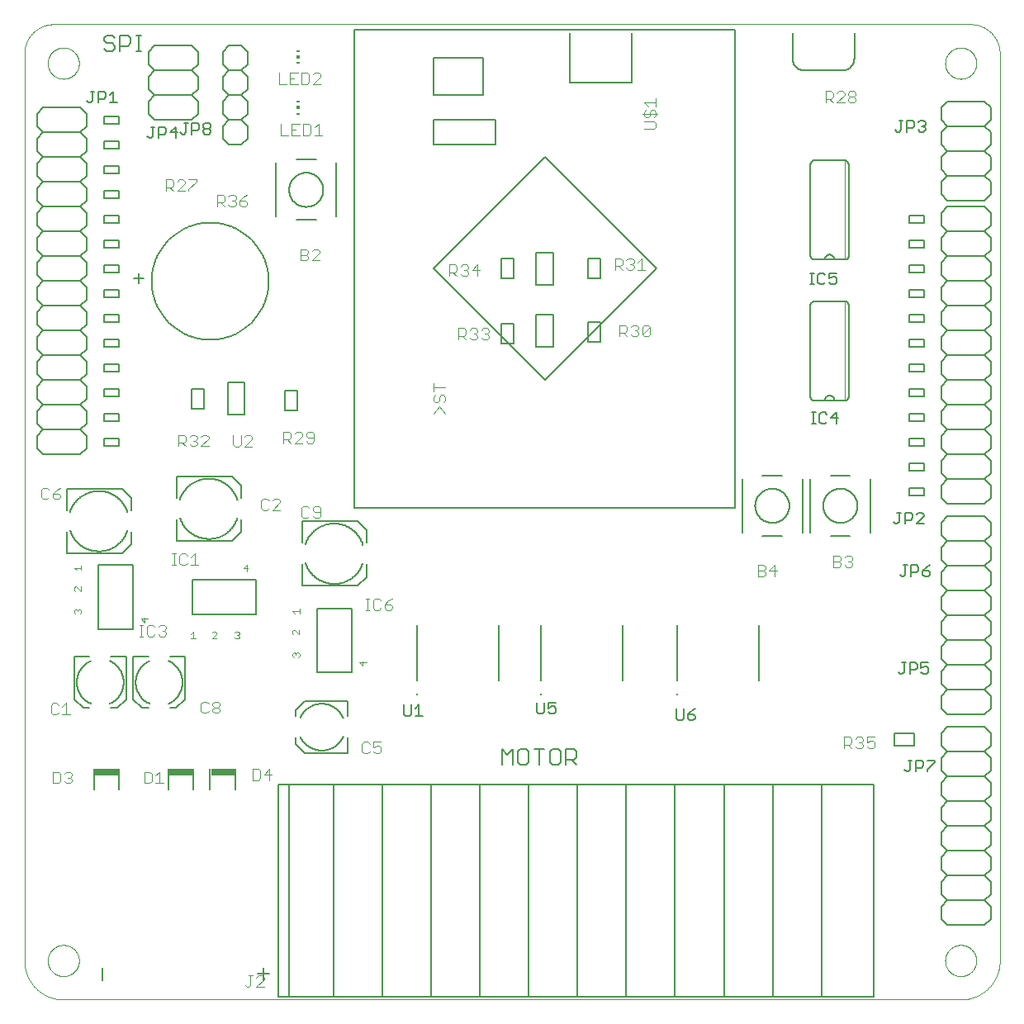
<source format=gto>
G75*
%MOIN*%
%OFA0B0*%
%FSLAX25Y25*%
%IPPOS*%
%LPD*%
%AMOC8*
5,1,8,0,0,1.08239X$1,22.5*
%
%ADD10C,0.00000*%
%ADD11C,0.00600*%
%ADD12C,0.00500*%
%ADD13C,0.00800*%
%ADD14C,0.00400*%
%ADD15R,0.09646X0.02657*%
%ADD16C,0.00200*%
%ADD17R,0.01181X0.00591*%
%ADD18R,0.01181X0.01181*%
%ADD19C,0.01000*%
D10*
X0001800Y0017548D02*
X0001800Y0383690D01*
X0001803Y0383975D01*
X0001814Y0384261D01*
X0001831Y0384546D01*
X0001855Y0384830D01*
X0001886Y0385114D01*
X0001924Y0385397D01*
X0001969Y0385678D01*
X0002020Y0385959D01*
X0002078Y0386239D01*
X0002143Y0386517D01*
X0002215Y0386793D01*
X0002293Y0387067D01*
X0002378Y0387340D01*
X0002470Y0387610D01*
X0002568Y0387878D01*
X0002672Y0388144D01*
X0002783Y0388407D01*
X0002900Y0388667D01*
X0003023Y0388925D01*
X0003153Y0389179D01*
X0003289Y0389430D01*
X0003430Y0389678D01*
X0003578Y0389922D01*
X0003731Y0390163D01*
X0003891Y0390399D01*
X0004056Y0390632D01*
X0004226Y0390861D01*
X0004402Y0391086D01*
X0004584Y0391306D01*
X0004770Y0391522D01*
X0004962Y0391733D01*
X0005159Y0391940D01*
X0005361Y0392142D01*
X0005568Y0392339D01*
X0005779Y0392531D01*
X0005995Y0392717D01*
X0006215Y0392899D01*
X0006440Y0393075D01*
X0006669Y0393245D01*
X0006902Y0393410D01*
X0007138Y0393570D01*
X0007379Y0393723D01*
X0007623Y0393871D01*
X0007871Y0394012D01*
X0008122Y0394148D01*
X0008376Y0394278D01*
X0008634Y0394401D01*
X0008894Y0394518D01*
X0009157Y0394629D01*
X0009423Y0394733D01*
X0009691Y0394831D01*
X0009961Y0394923D01*
X0010234Y0395008D01*
X0010508Y0395086D01*
X0010784Y0395158D01*
X0011062Y0395223D01*
X0011342Y0395281D01*
X0011623Y0395332D01*
X0011904Y0395377D01*
X0012187Y0395415D01*
X0012471Y0395446D01*
X0012755Y0395470D01*
X0013040Y0395487D01*
X0013326Y0395498D01*
X0013611Y0395501D01*
X0383690Y0395501D01*
X0383975Y0395498D01*
X0384261Y0395487D01*
X0384546Y0395470D01*
X0384830Y0395446D01*
X0385114Y0395415D01*
X0385397Y0395377D01*
X0385678Y0395332D01*
X0385959Y0395281D01*
X0386239Y0395223D01*
X0386517Y0395158D01*
X0386793Y0395086D01*
X0387067Y0395008D01*
X0387340Y0394923D01*
X0387610Y0394831D01*
X0387878Y0394733D01*
X0388144Y0394629D01*
X0388407Y0394518D01*
X0388667Y0394401D01*
X0388925Y0394278D01*
X0389179Y0394148D01*
X0389430Y0394012D01*
X0389678Y0393871D01*
X0389922Y0393723D01*
X0390163Y0393570D01*
X0390399Y0393410D01*
X0390632Y0393245D01*
X0390861Y0393075D01*
X0391086Y0392899D01*
X0391306Y0392717D01*
X0391522Y0392531D01*
X0391733Y0392339D01*
X0391940Y0392142D01*
X0392142Y0391940D01*
X0392339Y0391733D01*
X0392531Y0391522D01*
X0392717Y0391306D01*
X0392899Y0391086D01*
X0393075Y0390861D01*
X0393245Y0390632D01*
X0393410Y0390399D01*
X0393570Y0390163D01*
X0393723Y0389922D01*
X0393871Y0389678D01*
X0394012Y0389430D01*
X0394148Y0389179D01*
X0394278Y0388925D01*
X0394401Y0388667D01*
X0394518Y0388407D01*
X0394629Y0388144D01*
X0394733Y0387878D01*
X0394831Y0387610D01*
X0394923Y0387340D01*
X0395008Y0387067D01*
X0395086Y0386793D01*
X0395158Y0386517D01*
X0395223Y0386239D01*
X0395281Y0385959D01*
X0395332Y0385678D01*
X0395377Y0385397D01*
X0395415Y0385114D01*
X0395446Y0384830D01*
X0395470Y0384546D01*
X0395487Y0384261D01*
X0395498Y0383975D01*
X0395501Y0383690D01*
X0395501Y0017548D01*
X0373454Y0017548D02*
X0373456Y0017706D01*
X0373462Y0017864D01*
X0373472Y0018022D01*
X0373486Y0018180D01*
X0373504Y0018337D01*
X0373525Y0018494D01*
X0373551Y0018650D01*
X0373581Y0018806D01*
X0373614Y0018961D01*
X0373652Y0019114D01*
X0373693Y0019267D01*
X0373738Y0019419D01*
X0373787Y0019570D01*
X0373840Y0019719D01*
X0373896Y0019867D01*
X0373956Y0020013D01*
X0374020Y0020158D01*
X0374088Y0020301D01*
X0374159Y0020443D01*
X0374233Y0020583D01*
X0374311Y0020720D01*
X0374393Y0020856D01*
X0374477Y0020990D01*
X0374566Y0021121D01*
X0374657Y0021250D01*
X0374752Y0021377D01*
X0374849Y0021502D01*
X0374950Y0021624D01*
X0375054Y0021743D01*
X0375161Y0021860D01*
X0375271Y0021974D01*
X0375384Y0022085D01*
X0375499Y0022194D01*
X0375617Y0022299D01*
X0375738Y0022401D01*
X0375861Y0022501D01*
X0375987Y0022597D01*
X0376115Y0022690D01*
X0376245Y0022780D01*
X0376378Y0022866D01*
X0376513Y0022950D01*
X0376649Y0023029D01*
X0376788Y0023106D01*
X0376929Y0023178D01*
X0377071Y0023248D01*
X0377215Y0023313D01*
X0377361Y0023375D01*
X0377508Y0023433D01*
X0377657Y0023488D01*
X0377807Y0023539D01*
X0377958Y0023586D01*
X0378110Y0023629D01*
X0378263Y0023668D01*
X0378418Y0023704D01*
X0378573Y0023735D01*
X0378729Y0023763D01*
X0378885Y0023787D01*
X0379042Y0023807D01*
X0379200Y0023823D01*
X0379357Y0023835D01*
X0379516Y0023843D01*
X0379674Y0023847D01*
X0379832Y0023847D01*
X0379990Y0023843D01*
X0380149Y0023835D01*
X0380306Y0023823D01*
X0380464Y0023807D01*
X0380621Y0023787D01*
X0380777Y0023763D01*
X0380933Y0023735D01*
X0381088Y0023704D01*
X0381243Y0023668D01*
X0381396Y0023629D01*
X0381548Y0023586D01*
X0381699Y0023539D01*
X0381849Y0023488D01*
X0381998Y0023433D01*
X0382145Y0023375D01*
X0382291Y0023313D01*
X0382435Y0023248D01*
X0382577Y0023178D01*
X0382718Y0023106D01*
X0382857Y0023029D01*
X0382993Y0022950D01*
X0383128Y0022866D01*
X0383261Y0022780D01*
X0383391Y0022690D01*
X0383519Y0022597D01*
X0383645Y0022501D01*
X0383768Y0022401D01*
X0383889Y0022299D01*
X0384007Y0022194D01*
X0384122Y0022085D01*
X0384235Y0021974D01*
X0384345Y0021860D01*
X0384452Y0021743D01*
X0384556Y0021624D01*
X0384657Y0021502D01*
X0384754Y0021377D01*
X0384849Y0021250D01*
X0384940Y0021121D01*
X0385029Y0020990D01*
X0385113Y0020856D01*
X0385195Y0020720D01*
X0385273Y0020583D01*
X0385347Y0020443D01*
X0385418Y0020301D01*
X0385486Y0020158D01*
X0385550Y0020013D01*
X0385610Y0019867D01*
X0385666Y0019719D01*
X0385719Y0019570D01*
X0385768Y0019419D01*
X0385813Y0019267D01*
X0385854Y0019114D01*
X0385892Y0018961D01*
X0385925Y0018806D01*
X0385955Y0018650D01*
X0385981Y0018494D01*
X0386002Y0018337D01*
X0386020Y0018180D01*
X0386034Y0018022D01*
X0386044Y0017864D01*
X0386050Y0017706D01*
X0386052Y0017548D01*
X0386050Y0017390D01*
X0386044Y0017232D01*
X0386034Y0017074D01*
X0386020Y0016916D01*
X0386002Y0016759D01*
X0385981Y0016602D01*
X0385955Y0016446D01*
X0385925Y0016290D01*
X0385892Y0016135D01*
X0385854Y0015982D01*
X0385813Y0015829D01*
X0385768Y0015677D01*
X0385719Y0015526D01*
X0385666Y0015377D01*
X0385610Y0015229D01*
X0385550Y0015083D01*
X0385486Y0014938D01*
X0385418Y0014795D01*
X0385347Y0014653D01*
X0385273Y0014513D01*
X0385195Y0014376D01*
X0385113Y0014240D01*
X0385029Y0014106D01*
X0384940Y0013975D01*
X0384849Y0013846D01*
X0384754Y0013719D01*
X0384657Y0013594D01*
X0384556Y0013472D01*
X0384452Y0013353D01*
X0384345Y0013236D01*
X0384235Y0013122D01*
X0384122Y0013011D01*
X0384007Y0012902D01*
X0383889Y0012797D01*
X0383768Y0012695D01*
X0383645Y0012595D01*
X0383519Y0012499D01*
X0383391Y0012406D01*
X0383261Y0012316D01*
X0383128Y0012230D01*
X0382993Y0012146D01*
X0382857Y0012067D01*
X0382718Y0011990D01*
X0382577Y0011918D01*
X0382435Y0011848D01*
X0382291Y0011783D01*
X0382145Y0011721D01*
X0381998Y0011663D01*
X0381849Y0011608D01*
X0381699Y0011557D01*
X0381548Y0011510D01*
X0381396Y0011467D01*
X0381243Y0011428D01*
X0381088Y0011392D01*
X0380933Y0011361D01*
X0380777Y0011333D01*
X0380621Y0011309D01*
X0380464Y0011289D01*
X0380306Y0011273D01*
X0380149Y0011261D01*
X0379990Y0011253D01*
X0379832Y0011249D01*
X0379674Y0011249D01*
X0379516Y0011253D01*
X0379357Y0011261D01*
X0379200Y0011273D01*
X0379042Y0011289D01*
X0378885Y0011309D01*
X0378729Y0011333D01*
X0378573Y0011361D01*
X0378418Y0011392D01*
X0378263Y0011428D01*
X0378110Y0011467D01*
X0377958Y0011510D01*
X0377807Y0011557D01*
X0377657Y0011608D01*
X0377508Y0011663D01*
X0377361Y0011721D01*
X0377215Y0011783D01*
X0377071Y0011848D01*
X0376929Y0011918D01*
X0376788Y0011990D01*
X0376649Y0012067D01*
X0376513Y0012146D01*
X0376378Y0012230D01*
X0376245Y0012316D01*
X0376115Y0012406D01*
X0375987Y0012499D01*
X0375861Y0012595D01*
X0375738Y0012695D01*
X0375617Y0012797D01*
X0375499Y0012902D01*
X0375384Y0013011D01*
X0375271Y0013122D01*
X0375161Y0013236D01*
X0375054Y0013353D01*
X0374950Y0013472D01*
X0374849Y0013594D01*
X0374752Y0013719D01*
X0374657Y0013846D01*
X0374566Y0013975D01*
X0374477Y0014106D01*
X0374393Y0014240D01*
X0374311Y0014376D01*
X0374233Y0014513D01*
X0374159Y0014653D01*
X0374088Y0014795D01*
X0374020Y0014938D01*
X0373956Y0015083D01*
X0373896Y0015229D01*
X0373840Y0015377D01*
X0373787Y0015526D01*
X0373738Y0015677D01*
X0373693Y0015829D01*
X0373652Y0015982D01*
X0373614Y0016135D01*
X0373581Y0016290D01*
X0373551Y0016446D01*
X0373525Y0016602D01*
X0373504Y0016759D01*
X0373486Y0016916D01*
X0373472Y0017074D01*
X0373462Y0017232D01*
X0373456Y0017390D01*
X0373454Y0017548D01*
X0379753Y0001800D02*
X0380134Y0001805D01*
X0380514Y0001818D01*
X0380894Y0001841D01*
X0381273Y0001874D01*
X0381651Y0001915D01*
X0382028Y0001965D01*
X0382404Y0002025D01*
X0382779Y0002093D01*
X0383151Y0002171D01*
X0383522Y0002258D01*
X0383890Y0002353D01*
X0384256Y0002458D01*
X0384619Y0002571D01*
X0384980Y0002693D01*
X0385337Y0002823D01*
X0385691Y0002963D01*
X0386042Y0003110D01*
X0386389Y0003267D01*
X0386732Y0003431D01*
X0387071Y0003604D01*
X0387406Y0003785D01*
X0387737Y0003974D01*
X0388062Y0004171D01*
X0388383Y0004375D01*
X0388699Y0004588D01*
X0389009Y0004808D01*
X0389315Y0005035D01*
X0389614Y0005270D01*
X0389908Y0005512D01*
X0390196Y0005760D01*
X0390478Y0006016D01*
X0390753Y0006279D01*
X0391022Y0006548D01*
X0391285Y0006823D01*
X0391541Y0007105D01*
X0391789Y0007393D01*
X0392031Y0007687D01*
X0392266Y0007986D01*
X0392493Y0008292D01*
X0392713Y0008602D01*
X0392926Y0008918D01*
X0393130Y0009239D01*
X0393327Y0009564D01*
X0393516Y0009895D01*
X0393697Y0010230D01*
X0393870Y0010569D01*
X0394034Y0010912D01*
X0394191Y0011259D01*
X0394338Y0011610D01*
X0394478Y0011964D01*
X0394608Y0012321D01*
X0394730Y0012682D01*
X0394843Y0013045D01*
X0394948Y0013411D01*
X0395043Y0013779D01*
X0395130Y0014150D01*
X0395208Y0014522D01*
X0395276Y0014897D01*
X0395336Y0015273D01*
X0395386Y0015650D01*
X0395427Y0016028D01*
X0395460Y0016407D01*
X0395483Y0016787D01*
X0395496Y0017167D01*
X0395501Y0017548D01*
X0379753Y0001800D02*
X0017548Y0001800D01*
X0011249Y0017548D02*
X0011251Y0017706D01*
X0011257Y0017864D01*
X0011267Y0018022D01*
X0011281Y0018180D01*
X0011299Y0018337D01*
X0011320Y0018494D01*
X0011346Y0018650D01*
X0011376Y0018806D01*
X0011409Y0018961D01*
X0011447Y0019114D01*
X0011488Y0019267D01*
X0011533Y0019419D01*
X0011582Y0019570D01*
X0011635Y0019719D01*
X0011691Y0019867D01*
X0011751Y0020013D01*
X0011815Y0020158D01*
X0011883Y0020301D01*
X0011954Y0020443D01*
X0012028Y0020583D01*
X0012106Y0020720D01*
X0012188Y0020856D01*
X0012272Y0020990D01*
X0012361Y0021121D01*
X0012452Y0021250D01*
X0012547Y0021377D01*
X0012644Y0021502D01*
X0012745Y0021624D01*
X0012849Y0021743D01*
X0012956Y0021860D01*
X0013066Y0021974D01*
X0013179Y0022085D01*
X0013294Y0022194D01*
X0013412Y0022299D01*
X0013533Y0022401D01*
X0013656Y0022501D01*
X0013782Y0022597D01*
X0013910Y0022690D01*
X0014040Y0022780D01*
X0014173Y0022866D01*
X0014308Y0022950D01*
X0014444Y0023029D01*
X0014583Y0023106D01*
X0014724Y0023178D01*
X0014866Y0023248D01*
X0015010Y0023313D01*
X0015156Y0023375D01*
X0015303Y0023433D01*
X0015452Y0023488D01*
X0015602Y0023539D01*
X0015753Y0023586D01*
X0015905Y0023629D01*
X0016058Y0023668D01*
X0016213Y0023704D01*
X0016368Y0023735D01*
X0016524Y0023763D01*
X0016680Y0023787D01*
X0016837Y0023807D01*
X0016995Y0023823D01*
X0017152Y0023835D01*
X0017311Y0023843D01*
X0017469Y0023847D01*
X0017627Y0023847D01*
X0017785Y0023843D01*
X0017944Y0023835D01*
X0018101Y0023823D01*
X0018259Y0023807D01*
X0018416Y0023787D01*
X0018572Y0023763D01*
X0018728Y0023735D01*
X0018883Y0023704D01*
X0019038Y0023668D01*
X0019191Y0023629D01*
X0019343Y0023586D01*
X0019494Y0023539D01*
X0019644Y0023488D01*
X0019793Y0023433D01*
X0019940Y0023375D01*
X0020086Y0023313D01*
X0020230Y0023248D01*
X0020372Y0023178D01*
X0020513Y0023106D01*
X0020652Y0023029D01*
X0020788Y0022950D01*
X0020923Y0022866D01*
X0021056Y0022780D01*
X0021186Y0022690D01*
X0021314Y0022597D01*
X0021440Y0022501D01*
X0021563Y0022401D01*
X0021684Y0022299D01*
X0021802Y0022194D01*
X0021917Y0022085D01*
X0022030Y0021974D01*
X0022140Y0021860D01*
X0022247Y0021743D01*
X0022351Y0021624D01*
X0022452Y0021502D01*
X0022549Y0021377D01*
X0022644Y0021250D01*
X0022735Y0021121D01*
X0022824Y0020990D01*
X0022908Y0020856D01*
X0022990Y0020720D01*
X0023068Y0020583D01*
X0023142Y0020443D01*
X0023213Y0020301D01*
X0023281Y0020158D01*
X0023345Y0020013D01*
X0023405Y0019867D01*
X0023461Y0019719D01*
X0023514Y0019570D01*
X0023563Y0019419D01*
X0023608Y0019267D01*
X0023649Y0019114D01*
X0023687Y0018961D01*
X0023720Y0018806D01*
X0023750Y0018650D01*
X0023776Y0018494D01*
X0023797Y0018337D01*
X0023815Y0018180D01*
X0023829Y0018022D01*
X0023839Y0017864D01*
X0023845Y0017706D01*
X0023847Y0017548D01*
X0023845Y0017390D01*
X0023839Y0017232D01*
X0023829Y0017074D01*
X0023815Y0016916D01*
X0023797Y0016759D01*
X0023776Y0016602D01*
X0023750Y0016446D01*
X0023720Y0016290D01*
X0023687Y0016135D01*
X0023649Y0015982D01*
X0023608Y0015829D01*
X0023563Y0015677D01*
X0023514Y0015526D01*
X0023461Y0015377D01*
X0023405Y0015229D01*
X0023345Y0015083D01*
X0023281Y0014938D01*
X0023213Y0014795D01*
X0023142Y0014653D01*
X0023068Y0014513D01*
X0022990Y0014376D01*
X0022908Y0014240D01*
X0022824Y0014106D01*
X0022735Y0013975D01*
X0022644Y0013846D01*
X0022549Y0013719D01*
X0022452Y0013594D01*
X0022351Y0013472D01*
X0022247Y0013353D01*
X0022140Y0013236D01*
X0022030Y0013122D01*
X0021917Y0013011D01*
X0021802Y0012902D01*
X0021684Y0012797D01*
X0021563Y0012695D01*
X0021440Y0012595D01*
X0021314Y0012499D01*
X0021186Y0012406D01*
X0021056Y0012316D01*
X0020923Y0012230D01*
X0020788Y0012146D01*
X0020652Y0012067D01*
X0020513Y0011990D01*
X0020372Y0011918D01*
X0020230Y0011848D01*
X0020086Y0011783D01*
X0019940Y0011721D01*
X0019793Y0011663D01*
X0019644Y0011608D01*
X0019494Y0011557D01*
X0019343Y0011510D01*
X0019191Y0011467D01*
X0019038Y0011428D01*
X0018883Y0011392D01*
X0018728Y0011361D01*
X0018572Y0011333D01*
X0018416Y0011309D01*
X0018259Y0011289D01*
X0018101Y0011273D01*
X0017944Y0011261D01*
X0017785Y0011253D01*
X0017627Y0011249D01*
X0017469Y0011249D01*
X0017311Y0011253D01*
X0017152Y0011261D01*
X0016995Y0011273D01*
X0016837Y0011289D01*
X0016680Y0011309D01*
X0016524Y0011333D01*
X0016368Y0011361D01*
X0016213Y0011392D01*
X0016058Y0011428D01*
X0015905Y0011467D01*
X0015753Y0011510D01*
X0015602Y0011557D01*
X0015452Y0011608D01*
X0015303Y0011663D01*
X0015156Y0011721D01*
X0015010Y0011783D01*
X0014866Y0011848D01*
X0014724Y0011918D01*
X0014583Y0011990D01*
X0014444Y0012067D01*
X0014308Y0012146D01*
X0014173Y0012230D01*
X0014040Y0012316D01*
X0013910Y0012406D01*
X0013782Y0012499D01*
X0013656Y0012595D01*
X0013533Y0012695D01*
X0013412Y0012797D01*
X0013294Y0012902D01*
X0013179Y0013011D01*
X0013066Y0013122D01*
X0012956Y0013236D01*
X0012849Y0013353D01*
X0012745Y0013472D01*
X0012644Y0013594D01*
X0012547Y0013719D01*
X0012452Y0013846D01*
X0012361Y0013975D01*
X0012272Y0014106D01*
X0012188Y0014240D01*
X0012106Y0014376D01*
X0012028Y0014513D01*
X0011954Y0014653D01*
X0011883Y0014795D01*
X0011815Y0014938D01*
X0011751Y0015083D01*
X0011691Y0015229D01*
X0011635Y0015377D01*
X0011582Y0015526D01*
X0011533Y0015677D01*
X0011488Y0015829D01*
X0011447Y0015982D01*
X0011409Y0016135D01*
X0011376Y0016290D01*
X0011346Y0016446D01*
X0011320Y0016602D01*
X0011299Y0016759D01*
X0011281Y0016916D01*
X0011267Y0017074D01*
X0011257Y0017232D01*
X0011251Y0017390D01*
X0011249Y0017548D01*
X0001800Y0017548D02*
X0001805Y0017167D01*
X0001818Y0016787D01*
X0001841Y0016407D01*
X0001874Y0016028D01*
X0001915Y0015650D01*
X0001965Y0015273D01*
X0002025Y0014897D01*
X0002093Y0014522D01*
X0002171Y0014150D01*
X0002258Y0013779D01*
X0002353Y0013411D01*
X0002458Y0013045D01*
X0002571Y0012682D01*
X0002693Y0012321D01*
X0002823Y0011964D01*
X0002963Y0011610D01*
X0003110Y0011259D01*
X0003267Y0010912D01*
X0003431Y0010569D01*
X0003604Y0010230D01*
X0003785Y0009895D01*
X0003974Y0009564D01*
X0004171Y0009239D01*
X0004375Y0008918D01*
X0004588Y0008602D01*
X0004808Y0008292D01*
X0005035Y0007986D01*
X0005270Y0007687D01*
X0005512Y0007393D01*
X0005760Y0007105D01*
X0006016Y0006823D01*
X0006279Y0006548D01*
X0006548Y0006279D01*
X0006823Y0006016D01*
X0007105Y0005760D01*
X0007393Y0005512D01*
X0007687Y0005270D01*
X0007986Y0005035D01*
X0008292Y0004808D01*
X0008602Y0004588D01*
X0008918Y0004375D01*
X0009239Y0004171D01*
X0009564Y0003974D01*
X0009895Y0003785D01*
X0010230Y0003604D01*
X0010569Y0003431D01*
X0010912Y0003267D01*
X0011259Y0003110D01*
X0011610Y0002963D01*
X0011964Y0002823D01*
X0012321Y0002693D01*
X0012682Y0002571D01*
X0013045Y0002458D01*
X0013411Y0002353D01*
X0013779Y0002258D01*
X0014150Y0002171D01*
X0014522Y0002093D01*
X0014897Y0002025D01*
X0015273Y0001965D01*
X0015650Y0001915D01*
X0016028Y0001874D01*
X0016407Y0001841D01*
X0016787Y0001818D01*
X0017167Y0001805D01*
X0017548Y0001800D01*
X0011249Y0379753D02*
X0011251Y0379911D01*
X0011257Y0380069D01*
X0011267Y0380227D01*
X0011281Y0380385D01*
X0011299Y0380542D01*
X0011320Y0380699D01*
X0011346Y0380855D01*
X0011376Y0381011D01*
X0011409Y0381166D01*
X0011447Y0381319D01*
X0011488Y0381472D01*
X0011533Y0381624D01*
X0011582Y0381775D01*
X0011635Y0381924D01*
X0011691Y0382072D01*
X0011751Y0382218D01*
X0011815Y0382363D01*
X0011883Y0382506D01*
X0011954Y0382648D01*
X0012028Y0382788D01*
X0012106Y0382925D01*
X0012188Y0383061D01*
X0012272Y0383195D01*
X0012361Y0383326D01*
X0012452Y0383455D01*
X0012547Y0383582D01*
X0012644Y0383707D01*
X0012745Y0383829D01*
X0012849Y0383948D01*
X0012956Y0384065D01*
X0013066Y0384179D01*
X0013179Y0384290D01*
X0013294Y0384399D01*
X0013412Y0384504D01*
X0013533Y0384606D01*
X0013656Y0384706D01*
X0013782Y0384802D01*
X0013910Y0384895D01*
X0014040Y0384985D01*
X0014173Y0385071D01*
X0014308Y0385155D01*
X0014444Y0385234D01*
X0014583Y0385311D01*
X0014724Y0385383D01*
X0014866Y0385453D01*
X0015010Y0385518D01*
X0015156Y0385580D01*
X0015303Y0385638D01*
X0015452Y0385693D01*
X0015602Y0385744D01*
X0015753Y0385791D01*
X0015905Y0385834D01*
X0016058Y0385873D01*
X0016213Y0385909D01*
X0016368Y0385940D01*
X0016524Y0385968D01*
X0016680Y0385992D01*
X0016837Y0386012D01*
X0016995Y0386028D01*
X0017152Y0386040D01*
X0017311Y0386048D01*
X0017469Y0386052D01*
X0017627Y0386052D01*
X0017785Y0386048D01*
X0017944Y0386040D01*
X0018101Y0386028D01*
X0018259Y0386012D01*
X0018416Y0385992D01*
X0018572Y0385968D01*
X0018728Y0385940D01*
X0018883Y0385909D01*
X0019038Y0385873D01*
X0019191Y0385834D01*
X0019343Y0385791D01*
X0019494Y0385744D01*
X0019644Y0385693D01*
X0019793Y0385638D01*
X0019940Y0385580D01*
X0020086Y0385518D01*
X0020230Y0385453D01*
X0020372Y0385383D01*
X0020513Y0385311D01*
X0020652Y0385234D01*
X0020788Y0385155D01*
X0020923Y0385071D01*
X0021056Y0384985D01*
X0021186Y0384895D01*
X0021314Y0384802D01*
X0021440Y0384706D01*
X0021563Y0384606D01*
X0021684Y0384504D01*
X0021802Y0384399D01*
X0021917Y0384290D01*
X0022030Y0384179D01*
X0022140Y0384065D01*
X0022247Y0383948D01*
X0022351Y0383829D01*
X0022452Y0383707D01*
X0022549Y0383582D01*
X0022644Y0383455D01*
X0022735Y0383326D01*
X0022824Y0383195D01*
X0022908Y0383061D01*
X0022990Y0382925D01*
X0023068Y0382788D01*
X0023142Y0382648D01*
X0023213Y0382506D01*
X0023281Y0382363D01*
X0023345Y0382218D01*
X0023405Y0382072D01*
X0023461Y0381924D01*
X0023514Y0381775D01*
X0023563Y0381624D01*
X0023608Y0381472D01*
X0023649Y0381319D01*
X0023687Y0381166D01*
X0023720Y0381011D01*
X0023750Y0380855D01*
X0023776Y0380699D01*
X0023797Y0380542D01*
X0023815Y0380385D01*
X0023829Y0380227D01*
X0023839Y0380069D01*
X0023845Y0379911D01*
X0023847Y0379753D01*
X0023845Y0379595D01*
X0023839Y0379437D01*
X0023829Y0379279D01*
X0023815Y0379121D01*
X0023797Y0378964D01*
X0023776Y0378807D01*
X0023750Y0378651D01*
X0023720Y0378495D01*
X0023687Y0378340D01*
X0023649Y0378187D01*
X0023608Y0378034D01*
X0023563Y0377882D01*
X0023514Y0377731D01*
X0023461Y0377582D01*
X0023405Y0377434D01*
X0023345Y0377288D01*
X0023281Y0377143D01*
X0023213Y0377000D01*
X0023142Y0376858D01*
X0023068Y0376718D01*
X0022990Y0376581D01*
X0022908Y0376445D01*
X0022824Y0376311D01*
X0022735Y0376180D01*
X0022644Y0376051D01*
X0022549Y0375924D01*
X0022452Y0375799D01*
X0022351Y0375677D01*
X0022247Y0375558D01*
X0022140Y0375441D01*
X0022030Y0375327D01*
X0021917Y0375216D01*
X0021802Y0375107D01*
X0021684Y0375002D01*
X0021563Y0374900D01*
X0021440Y0374800D01*
X0021314Y0374704D01*
X0021186Y0374611D01*
X0021056Y0374521D01*
X0020923Y0374435D01*
X0020788Y0374351D01*
X0020652Y0374272D01*
X0020513Y0374195D01*
X0020372Y0374123D01*
X0020230Y0374053D01*
X0020086Y0373988D01*
X0019940Y0373926D01*
X0019793Y0373868D01*
X0019644Y0373813D01*
X0019494Y0373762D01*
X0019343Y0373715D01*
X0019191Y0373672D01*
X0019038Y0373633D01*
X0018883Y0373597D01*
X0018728Y0373566D01*
X0018572Y0373538D01*
X0018416Y0373514D01*
X0018259Y0373494D01*
X0018101Y0373478D01*
X0017944Y0373466D01*
X0017785Y0373458D01*
X0017627Y0373454D01*
X0017469Y0373454D01*
X0017311Y0373458D01*
X0017152Y0373466D01*
X0016995Y0373478D01*
X0016837Y0373494D01*
X0016680Y0373514D01*
X0016524Y0373538D01*
X0016368Y0373566D01*
X0016213Y0373597D01*
X0016058Y0373633D01*
X0015905Y0373672D01*
X0015753Y0373715D01*
X0015602Y0373762D01*
X0015452Y0373813D01*
X0015303Y0373868D01*
X0015156Y0373926D01*
X0015010Y0373988D01*
X0014866Y0374053D01*
X0014724Y0374123D01*
X0014583Y0374195D01*
X0014444Y0374272D01*
X0014308Y0374351D01*
X0014173Y0374435D01*
X0014040Y0374521D01*
X0013910Y0374611D01*
X0013782Y0374704D01*
X0013656Y0374800D01*
X0013533Y0374900D01*
X0013412Y0375002D01*
X0013294Y0375107D01*
X0013179Y0375216D01*
X0013066Y0375327D01*
X0012956Y0375441D01*
X0012849Y0375558D01*
X0012745Y0375677D01*
X0012644Y0375799D01*
X0012547Y0375924D01*
X0012452Y0376051D01*
X0012361Y0376180D01*
X0012272Y0376311D01*
X0012188Y0376445D01*
X0012106Y0376581D01*
X0012028Y0376718D01*
X0011954Y0376858D01*
X0011883Y0377000D01*
X0011815Y0377143D01*
X0011751Y0377288D01*
X0011691Y0377434D01*
X0011635Y0377582D01*
X0011582Y0377731D01*
X0011533Y0377882D01*
X0011488Y0378034D01*
X0011447Y0378187D01*
X0011409Y0378340D01*
X0011376Y0378495D01*
X0011346Y0378651D01*
X0011320Y0378807D01*
X0011299Y0378964D01*
X0011281Y0379121D01*
X0011267Y0379279D01*
X0011257Y0379437D01*
X0011251Y0379595D01*
X0011249Y0379753D01*
X0373454Y0379753D02*
X0373456Y0379911D01*
X0373462Y0380069D01*
X0373472Y0380227D01*
X0373486Y0380385D01*
X0373504Y0380542D01*
X0373525Y0380699D01*
X0373551Y0380855D01*
X0373581Y0381011D01*
X0373614Y0381166D01*
X0373652Y0381319D01*
X0373693Y0381472D01*
X0373738Y0381624D01*
X0373787Y0381775D01*
X0373840Y0381924D01*
X0373896Y0382072D01*
X0373956Y0382218D01*
X0374020Y0382363D01*
X0374088Y0382506D01*
X0374159Y0382648D01*
X0374233Y0382788D01*
X0374311Y0382925D01*
X0374393Y0383061D01*
X0374477Y0383195D01*
X0374566Y0383326D01*
X0374657Y0383455D01*
X0374752Y0383582D01*
X0374849Y0383707D01*
X0374950Y0383829D01*
X0375054Y0383948D01*
X0375161Y0384065D01*
X0375271Y0384179D01*
X0375384Y0384290D01*
X0375499Y0384399D01*
X0375617Y0384504D01*
X0375738Y0384606D01*
X0375861Y0384706D01*
X0375987Y0384802D01*
X0376115Y0384895D01*
X0376245Y0384985D01*
X0376378Y0385071D01*
X0376513Y0385155D01*
X0376649Y0385234D01*
X0376788Y0385311D01*
X0376929Y0385383D01*
X0377071Y0385453D01*
X0377215Y0385518D01*
X0377361Y0385580D01*
X0377508Y0385638D01*
X0377657Y0385693D01*
X0377807Y0385744D01*
X0377958Y0385791D01*
X0378110Y0385834D01*
X0378263Y0385873D01*
X0378418Y0385909D01*
X0378573Y0385940D01*
X0378729Y0385968D01*
X0378885Y0385992D01*
X0379042Y0386012D01*
X0379200Y0386028D01*
X0379357Y0386040D01*
X0379516Y0386048D01*
X0379674Y0386052D01*
X0379832Y0386052D01*
X0379990Y0386048D01*
X0380149Y0386040D01*
X0380306Y0386028D01*
X0380464Y0386012D01*
X0380621Y0385992D01*
X0380777Y0385968D01*
X0380933Y0385940D01*
X0381088Y0385909D01*
X0381243Y0385873D01*
X0381396Y0385834D01*
X0381548Y0385791D01*
X0381699Y0385744D01*
X0381849Y0385693D01*
X0381998Y0385638D01*
X0382145Y0385580D01*
X0382291Y0385518D01*
X0382435Y0385453D01*
X0382577Y0385383D01*
X0382718Y0385311D01*
X0382857Y0385234D01*
X0382993Y0385155D01*
X0383128Y0385071D01*
X0383261Y0384985D01*
X0383391Y0384895D01*
X0383519Y0384802D01*
X0383645Y0384706D01*
X0383768Y0384606D01*
X0383889Y0384504D01*
X0384007Y0384399D01*
X0384122Y0384290D01*
X0384235Y0384179D01*
X0384345Y0384065D01*
X0384452Y0383948D01*
X0384556Y0383829D01*
X0384657Y0383707D01*
X0384754Y0383582D01*
X0384849Y0383455D01*
X0384940Y0383326D01*
X0385029Y0383195D01*
X0385113Y0383061D01*
X0385195Y0382925D01*
X0385273Y0382788D01*
X0385347Y0382648D01*
X0385418Y0382506D01*
X0385486Y0382363D01*
X0385550Y0382218D01*
X0385610Y0382072D01*
X0385666Y0381924D01*
X0385719Y0381775D01*
X0385768Y0381624D01*
X0385813Y0381472D01*
X0385854Y0381319D01*
X0385892Y0381166D01*
X0385925Y0381011D01*
X0385955Y0380855D01*
X0385981Y0380699D01*
X0386002Y0380542D01*
X0386020Y0380385D01*
X0386034Y0380227D01*
X0386044Y0380069D01*
X0386050Y0379911D01*
X0386052Y0379753D01*
X0386050Y0379595D01*
X0386044Y0379437D01*
X0386034Y0379279D01*
X0386020Y0379121D01*
X0386002Y0378964D01*
X0385981Y0378807D01*
X0385955Y0378651D01*
X0385925Y0378495D01*
X0385892Y0378340D01*
X0385854Y0378187D01*
X0385813Y0378034D01*
X0385768Y0377882D01*
X0385719Y0377731D01*
X0385666Y0377582D01*
X0385610Y0377434D01*
X0385550Y0377288D01*
X0385486Y0377143D01*
X0385418Y0377000D01*
X0385347Y0376858D01*
X0385273Y0376718D01*
X0385195Y0376581D01*
X0385113Y0376445D01*
X0385029Y0376311D01*
X0384940Y0376180D01*
X0384849Y0376051D01*
X0384754Y0375924D01*
X0384657Y0375799D01*
X0384556Y0375677D01*
X0384452Y0375558D01*
X0384345Y0375441D01*
X0384235Y0375327D01*
X0384122Y0375216D01*
X0384007Y0375107D01*
X0383889Y0375002D01*
X0383768Y0374900D01*
X0383645Y0374800D01*
X0383519Y0374704D01*
X0383391Y0374611D01*
X0383261Y0374521D01*
X0383128Y0374435D01*
X0382993Y0374351D01*
X0382857Y0374272D01*
X0382718Y0374195D01*
X0382577Y0374123D01*
X0382435Y0374053D01*
X0382291Y0373988D01*
X0382145Y0373926D01*
X0381998Y0373868D01*
X0381849Y0373813D01*
X0381699Y0373762D01*
X0381548Y0373715D01*
X0381396Y0373672D01*
X0381243Y0373633D01*
X0381088Y0373597D01*
X0380933Y0373566D01*
X0380777Y0373538D01*
X0380621Y0373514D01*
X0380464Y0373494D01*
X0380306Y0373478D01*
X0380149Y0373466D01*
X0379990Y0373458D01*
X0379832Y0373454D01*
X0379674Y0373454D01*
X0379516Y0373458D01*
X0379357Y0373466D01*
X0379200Y0373478D01*
X0379042Y0373494D01*
X0378885Y0373514D01*
X0378729Y0373538D01*
X0378573Y0373566D01*
X0378418Y0373597D01*
X0378263Y0373633D01*
X0378110Y0373672D01*
X0377958Y0373715D01*
X0377807Y0373762D01*
X0377657Y0373813D01*
X0377508Y0373868D01*
X0377361Y0373926D01*
X0377215Y0373988D01*
X0377071Y0374053D01*
X0376929Y0374123D01*
X0376788Y0374195D01*
X0376649Y0374272D01*
X0376513Y0374351D01*
X0376378Y0374435D01*
X0376245Y0374521D01*
X0376115Y0374611D01*
X0375987Y0374704D01*
X0375861Y0374800D01*
X0375738Y0374900D01*
X0375617Y0375002D01*
X0375499Y0375107D01*
X0375384Y0375216D01*
X0375271Y0375327D01*
X0375161Y0375441D01*
X0375054Y0375558D01*
X0374950Y0375677D01*
X0374849Y0375799D01*
X0374752Y0375924D01*
X0374657Y0376051D01*
X0374566Y0376180D01*
X0374477Y0376311D01*
X0374393Y0376445D01*
X0374311Y0376581D01*
X0374233Y0376718D01*
X0374159Y0376858D01*
X0374088Y0377000D01*
X0374020Y0377143D01*
X0373956Y0377288D01*
X0373896Y0377434D01*
X0373840Y0377582D01*
X0373787Y0377731D01*
X0373738Y0377882D01*
X0373693Y0378034D01*
X0373652Y0378187D01*
X0373614Y0378340D01*
X0373581Y0378495D01*
X0373551Y0378651D01*
X0373525Y0378807D01*
X0373504Y0378964D01*
X0373486Y0379121D01*
X0373472Y0379279D01*
X0373462Y0379437D01*
X0373456Y0379595D01*
X0373454Y0379753D01*
D11*
X0374300Y0364300D02*
X0371800Y0361800D01*
X0371800Y0356800D01*
X0374300Y0354300D01*
X0389300Y0354300D01*
X0391800Y0351800D01*
X0391800Y0346800D01*
X0389300Y0344300D01*
X0374300Y0344300D01*
X0371800Y0341800D01*
X0371800Y0336800D01*
X0374300Y0334300D01*
X0371800Y0331800D01*
X0371800Y0326800D01*
X0374300Y0324300D01*
X0389300Y0324300D01*
X0391800Y0326800D01*
X0391800Y0331800D01*
X0389300Y0334300D01*
X0374300Y0334300D01*
X0374300Y0344300D02*
X0371800Y0346800D01*
X0371800Y0351800D01*
X0374300Y0354300D01*
X0374300Y0364300D02*
X0389300Y0364300D01*
X0391800Y0361800D01*
X0391800Y0356800D01*
X0389300Y0354300D01*
X0389300Y0344300D02*
X0391800Y0341800D01*
X0391800Y0336800D01*
X0389300Y0334300D01*
X0389300Y0321800D02*
X0374300Y0321800D01*
X0371800Y0319300D01*
X0371800Y0314300D01*
X0374300Y0311800D01*
X0389300Y0311800D01*
X0391800Y0314300D01*
X0391800Y0319300D01*
X0389300Y0321800D01*
X0389300Y0311800D02*
X0391800Y0309300D01*
X0391800Y0304300D01*
X0389300Y0301800D01*
X0374300Y0301800D01*
X0371800Y0304300D01*
X0371800Y0309300D01*
X0374300Y0311800D01*
X0374300Y0301800D02*
X0371800Y0299300D01*
X0371800Y0294300D01*
X0374300Y0291800D01*
X0389300Y0291800D01*
X0391800Y0289300D01*
X0391800Y0284300D01*
X0389300Y0281800D01*
X0374300Y0281800D01*
X0371800Y0284300D01*
X0371800Y0289300D01*
X0374300Y0291800D01*
X0374300Y0281800D02*
X0371800Y0279300D01*
X0371800Y0274300D01*
X0374300Y0271800D01*
X0389300Y0271800D01*
X0391800Y0269300D01*
X0391800Y0264300D01*
X0389300Y0261800D01*
X0374300Y0261800D01*
X0371800Y0264300D01*
X0371800Y0269300D01*
X0374300Y0271800D01*
X0374300Y0261800D02*
X0371800Y0259300D01*
X0371800Y0254300D01*
X0374300Y0251800D01*
X0389300Y0251800D01*
X0391800Y0254300D01*
X0391800Y0259300D01*
X0389300Y0261800D01*
X0389300Y0251800D02*
X0391800Y0249300D01*
X0391800Y0244300D01*
X0389300Y0241800D01*
X0374300Y0241800D01*
X0371800Y0244300D01*
X0371800Y0249300D01*
X0374300Y0251800D01*
X0374300Y0241800D02*
X0371800Y0239300D01*
X0371800Y0234300D01*
X0374300Y0231800D01*
X0389300Y0231800D01*
X0391800Y0234300D01*
X0391800Y0239300D01*
X0389300Y0241800D01*
X0389300Y0231800D02*
X0391800Y0229300D01*
X0391800Y0224300D01*
X0389300Y0221800D01*
X0374300Y0221800D01*
X0371800Y0224300D01*
X0371800Y0229300D01*
X0374300Y0231800D01*
X0374300Y0221800D02*
X0371800Y0219300D01*
X0371800Y0214300D01*
X0374300Y0211800D01*
X0389300Y0211800D01*
X0391800Y0214300D01*
X0391800Y0219300D01*
X0389300Y0221800D01*
X0389300Y0211800D02*
X0391800Y0209300D01*
X0391800Y0204300D01*
X0389300Y0201800D01*
X0374300Y0201800D01*
X0371800Y0204300D01*
X0371800Y0209300D01*
X0374300Y0211800D01*
X0374300Y0196800D02*
X0389300Y0196800D01*
X0391800Y0194300D01*
X0391800Y0189300D01*
X0389300Y0186800D01*
X0374300Y0186800D01*
X0371800Y0189300D01*
X0371800Y0194300D01*
X0374300Y0196800D01*
X0374300Y0186800D02*
X0371800Y0184300D01*
X0371800Y0179300D01*
X0374300Y0176800D01*
X0389300Y0176800D01*
X0391800Y0179300D01*
X0391800Y0184300D01*
X0389300Y0186800D01*
X0389300Y0176800D02*
X0391800Y0174300D01*
X0391800Y0169300D01*
X0389300Y0166800D01*
X0374300Y0166800D01*
X0371800Y0169300D01*
X0371800Y0174300D01*
X0374300Y0176800D01*
X0374300Y0166800D02*
X0371800Y0164300D01*
X0371800Y0159300D01*
X0374300Y0156800D01*
X0389300Y0156800D01*
X0391800Y0159300D01*
X0391800Y0164300D01*
X0389300Y0166800D01*
X0389300Y0156800D02*
X0374300Y0156800D01*
X0371800Y0154300D01*
X0371800Y0149300D01*
X0374300Y0146800D01*
X0389300Y0146800D01*
X0391800Y0149300D01*
X0391800Y0154300D01*
X0389300Y0156800D01*
X0389300Y0146800D02*
X0391800Y0144300D01*
X0391800Y0139300D01*
X0389300Y0136800D01*
X0374300Y0136800D01*
X0371800Y0139300D01*
X0371800Y0144300D01*
X0374300Y0146800D01*
X0374300Y0136800D02*
X0371800Y0134300D01*
X0371800Y0129300D01*
X0374300Y0126800D01*
X0389300Y0126800D01*
X0391800Y0129300D01*
X0391800Y0134300D01*
X0389300Y0136800D01*
X0389300Y0126800D02*
X0391800Y0124300D01*
X0391800Y0119300D01*
X0389300Y0116800D01*
X0374300Y0116800D01*
X0371800Y0119300D01*
X0371800Y0124300D01*
X0374300Y0126800D01*
X0374300Y0111800D02*
X0389300Y0111800D01*
X0391800Y0109300D01*
X0391800Y0104300D01*
X0389300Y0101800D01*
X0374300Y0101800D01*
X0371800Y0099300D01*
X0371800Y0094300D01*
X0374300Y0091800D01*
X0389300Y0091800D01*
X0391800Y0089300D01*
X0391800Y0084300D01*
X0389300Y0081800D01*
X0374300Y0081800D01*
X0371800Y0079300D01*
X0371800Y0074300D01*
X0374300Y0071800D01*
X0389300Y0071800D01*
X0391800Y0069300D01*
X0391800Y0064300D01*
X0389300Y0061800D01*
X0374300Y0061800D01*
X0371800Y0059300D01*
X0371800Y0054300D01*
X0374300Y0051800D01*
X0389300Y0051800D01*
X0391800Y0049300D01*
X0391800Y0044300D01*
X0389300Y0041800D01*
X0391800Y0039300D01*
X0391800Y0034300D01*
X0389300Y0031800D01*
X0374300Y0031800D01*
X0371800Y0034300D01*
X0371800Y0039300D01*
X0374300Y0041800D01*
X0389300Y0041800D01*
X0389300Y0051800D02*
X0391800Y0054300D01*
X0391800Y0059300D01*
X0389300Y0061800D01*
X0389300Y0071800D02*
X0391800Y0074300D01*
X0391800Y0079300D01*
X0389300Y0081800D01*
X0389300Y0091800D02*
X0391800Y0094300D01*
X0391800Y0099300D01*
X0389300Y0101800D01*
X0374300Y0101800D02*
X0371800Y0104300D01*
X0371800Y0109300D01*
X0374300Y0111800D01*
X0374300Y0091800D02*
X0371800Y0089300D01*
X0371800Y0084300D01*
X0374300Y0081800D01*
X0374300Y0071800D02*
X0371800Y0069300D01*
X0371800Y0064300D01*
X0374300Y0061800D01*
X0374300Y0051800D02*
X0371800Y0049300D01*
X0371800Y0044300D01*
X0374300Y0041800D01*
X0224652Y0096475D02*
X0222517Y0098610D01*
X0223585Y0098610D02*
X0220382Y0098610D01*
X0220382Y0096475D02*
X0220382Y0102880D01*
X0223585Y0102880D01*
X0224652Y0101813D01*
X0224652Y0099678D01*
X0223585Y0098610D01*
X0218207Y0097543D02*
X0218207Y0101813D01*
X0217139Y0102880D01*
X0215004Y0102880D01*
X0213936Y0101813D01*
X0213936Y0097543D01*
X0215004Y0096475D01*
X0217139Y0096475D01*
X0218207Y0097543D01*
X0211761Y0102880D02*
X0207491Y0102880D01*
X0209626Y0102880D02*
X0209626Y0096475D01*
X0205316Y0097543D02*
X0205316Y0101813D01*
X0204248Y0102880D01*
X0202113Y0102880D01*
X0201045Y0101813D01*
X0201045Y0097543D01*
X0202113Y0096475D01*
X0204248Y0096475D01*
X0205316Y0097543D01*
X0198870Y0096475D02*
X0198870Y0102880D01*
X0196735Y0100745D01*
X0194600Y0102880D01*
X0194600Y0096475D01*
X0100766Y0012202D02*
X0095828Y0012202D01*
X0098297Y0009734D02*
X0098297Y0014671D01*
X0033297Y0014671D02*
X0033297Y0009734D01*
X0024300Y0221800D02*
X0009300Y0221800D01*
X0006800Y0224300D01*
X0006800Y0229300D01*
X0009300Y0231800D01*
X0024300Y0231800D01*
X0026800Y0229300D01*
X0026800Y0224300D01*
X0024300Y0221800D01*
X0024300Y0231800D02*
X0026800Y0234300D01*
X0026800Y0239300D01*
X0024300Y0241800D01*
X0009300Y0241800D01*
X0006800Y0244300D01*
X0006800Y0249300D01*
X0009300Y0251800D01*
X0024300Y0251800D01*
X0026800Y0249300D01*
X0026800Y0244300D01*
X0024300Y0241800D01*
X0024300Y0251800D02*
X0026800Y0254300D01*
X0026800Y0259300D01*
X0024300Y0261800D01*
X0009300Y0261800D01*
X0006800Y0264300D01*
X0006800Y0269300D01*
X0009300Y0271800D01*
X0024300Y0271800D01*
X0026800Y0269300D01*
X0026800Y0264300D01*
X0024300Y0261800D01*
X0024300Y0271800D02*
X0026800Y0274300D01*
X0026800Y0279300D01*
X0024300Y0281800D01*
X0009300Y0281800D01*
X0006800Y0284300D01*
X0006800Y0289300D01*
X0009300Y0291800D01*
X0024300Y0291800D01*
X0026800Y0289300D01*
X0026800Y0284300D01*
X0024300Y0281800D01*
X0024300Y0291800D02*
X0026800Y0294300D01*
X0026800Y0299300D01*
X0024300Y0301800D01*
X0009300Y0301800D01*
X0006800Y0299300D01*
X0006800Y0294300D01*
X0009300Y0291800D01*
X0009300Y0301800D02*
X0006800Y0304300D01*
X0006800Y0309300D01*
X0009300Y0311800D01*
X0024300Y0311800D01*
X0026800Y0309300D01*
X0026800Y0304300D01*
X0024300Y0301800D01*
X0024300Y0311800D02*
X0026800Y0314300D01*
X0026800Y0319300D01*
X0024300Y0321800D01*
X0009300Y0321800D01*
X0006800Y0319300D01*
X0006800Y0314300D01*
X0009300Y0311800D01*
X0009300Y0321800D02*
X0006800Y0324300D01*
X0006800Y0329300D01*
X0009300Y0331800D01*
X0024300Y0331800D01*
X0026800Y0329300D01*
X0026800Y0324300D01*
X0024300Y0321800D01*
X0024300Y0331800D02*
X0026800Y0334300D01*
X0026800Y0339300D01*
X0024300Y0341800D01*
X0009300Y0341800D01*
X0006800Y0339300D01*
X0006800Y0334300D01*
X0009300Y0331800D01*
X0009300Y0341800D02*
X0006800Y0344300D01*
X0006800Y0349300D01*
X0009300Y0351800D01*
X0024300Y0351800D01*
X0026800Y0349300D01*
X0026800Y0344300D01*
X0024300Y0341800D01*
X0024300Y0351800D02*
X0026800Y0354300D01*
X0026800Y0359300D01*
X0024300Y0361800D01*
X0009300Y0361800D01*
X0006800Y0359300D01*
X0006800Y0354300D01*
X0009300Y0351800D01*
X0035043Y0384600D02*
X0033975Y0385668D01*
X0035043Y0384600D02*
X0037178Y0384600D01*
X0038245Y0385668D01*
X0038245Y0386735D01*
X0037178Y0387803D01*
X0035043Y0387803D01*
X0033975Y0388870D01*
X0033975Y0389938D01*
X0035043Y0391005D01*
X0037178Y0391005D01*
X0038245Y0389938D01*
X0040420Y0391005D02*
X0043623Y0391005D01*
X0044691Y0389938D01*
X0044691Y0387803D01*
X0043623Y0386735D01*
X0040420Y0386735D01*
X0040420Y0384600D02*
X0040420Y0391005D01*
X0046866Y0391005D02*
X0049001Y0391005D01*
X0047934Y0391005D02*
X0047934Y0384600D01*
X0049001Y0384600D02*
X0046866Y0384600D01*
X0051800Y0384300D02*
X0051800Y0379300D01*
X0054300Y0376800D01*
X0069300Y0376800D01*
X0071800Y0379300D01*
X0071800Y0384300D01*
X0069300Y0386800D01*
X0054300Y0386800D01*
X0051800Y0384300D01*
X0054300Y0376800D02*
X0051800Y0374300D01*
X0051800Y0369300D01*
X0054300Y0366800D01*
X0069300Y0366800D01*
X0071800Y0369300D01*
X0071800Y0374300D01*
X0069300Y0376800D01*
X0069300Y0366800D02*
X0071800Y0364300D01*
X0071800Y0359300D01*
X0069300Y0356800D01*
X0054300Y0356800D01*
X0051800Y0359300D01*
X0051800Y0364300D01*
X0054300Y0366800D01*
X0081800Y0364300D02*
X0081800Y0359300D01*
X0084300Y0356800D01*
X0089300Y0356800D01*
X0091800Y0359300D01*
X0091800Y0364300D01*
X0089300Y0366800D01*
X0084300Y0366800D01*
X0081800Y0364300D01*
X0084300Y0366800D02*
X0081800Y0369300D01*
X0081800Y0374300D01*
X0084300Y0376800D01*
X0081800Y0379300D01*
X0081800Y0384300D01*
X0084300Y0386800D01*
X0089300Y0386800D01*
X0091800Y0384300D01*
X0091800Y0379300D01*
X0089300Y0376800D01*
X0091800Y0374300D01*
X0091800Y0369300D01*
X0089300Y0366800D01*
X0089300Y0376800D02*
X0084300Y0376800D01*
X0084300Y0356800D02*
X0081800Y0354300D01*
X0081800Y0349300D01*
X0084300Y0346800D01*
X0089300Y0346800D01*
X0091800Y0349300D01*
X0091800Y0354300D01*
X0089300Y0356800D01*
X0009300Y0281800D02*
X0006800Y0279300D01*
X0006800Y0274300D01*
X0009300Y0271800D01*
X0009300Y0261800D02*
X0006800Y0259300D01*
X0006800Y0254300D01*
X0009300Y0251800D01*
X0009300Y0241800D02*
X0006800Y0239300D01*
X0006800Y0234300D01*
X0009300Y0231800D01*
X0319100Y0245175D02*
X0319100Y0282175D01*
X0319102Y0282251D01*
X0319108Y0282327D01*
X0319117Y0282402D01*
X0319131Y0282477D01*
X0319148Y0282551D01*
X0319169Y0282624D01*
X0319193Y0282696D01*
X0319222Y0282767D01*
X0319253Y0282836D01*
X0319288Y0282903D01*
X0319327Y0282968D01*
X0319369Y0283032D01*
X0319414Y0283093D01*
X0319462Y0283152D01*
X0319513Y0283208D01*
X0319567Y0283262D01*
X0319623Y0283313D01*
X0319682Y0283361D01*
X0319743Y0283406D01*
X0319807Y0283448D01*
X0319872Y0283487D01*
X0319939Y0283522D01*
X0320008Y0283553D01*
X0320079Y0283582D01*
X0320151Y0283606D01*
X0320224Y0283627D01*
X0320298Y0283644D01*
X0320373Y0283658D01*
X0320448Y0283667D01*
X0320524Y0283673D01*
X0320600Y0283675D01*
X0333000Y0283675D01*
X0333076Y0283673D01*
X0333152Y0283667D01*
X0333227Y0283658D01*
X0333302Y0283644D01*
X0333376Y0283627D01*
X0333449Y0283606D01*
X0333521Y0283582D01*
X0333592Y0283553D01*
X0333661Y0283522D01*
X0333728Y0283487D01*
X0333793Y0283448D01*
X0333857Y0283406D01*
X0333918Y0283361D01*
X0333977Y0283313D01*
X0334033Y0283262D01*
X0334087Y0283208D01*
X0334138Y0283152D01*
X0334186Y0283093D01*
X0334231Y0283032D01*
X0334273Y0282968D01*
X0334312Y0282903D01*
X0334347Y0282836D01*
X0334378Y0282767D01*
X0334407Y0282696D01*
X0334431Y0282624D01*
X0334452Y0282551D01*
X0334469Y0282477D01*
X0334483Y0282402D01*
X0334492Y0282327D01*
X0334498Y0282251D01*
X0334500Y0282175D01*
X0334500Y0245175D01*
X0334498Y0245099D01*
X0334492Y0245023D01*
X0334483Y0244948D01*
X0334469Y0244873D01*
X0334452Y0244799D01*
X0334431Y0244726D01*
X0334407Y0244654D01*
X0334378Y0244583D01*
X0334347Y0244514D01*
X0334312Y0244447D01*
X0334273Y0244382D01*
X0334231Y0244318D01*
X0334186Y0244257D01*
X0334138Y0244198D01*
X0334087Y0244142D01*
X0334033Y0244088D01*
X0333977Y0244037D01*
X0333918Y0243989D01*
X0333857Y0243944D01*
X0333793Y0243902D01*
X0333728Y0243863D01*
X0333661Y0243828D01*
X0333592Y0243797D01*
X0333521Y0243768D01*
X0333449Y0243744D01*
X0333376Y0243723D01*
X0333302Y0243706D01*
X0333227Y0243692D01*
X0333152Y0243683D01*
X0333076Y0243677D01*
X0333000Y0243675D01*
X0328800Y0243675D01*
X0324800Y0243675D01*
X0320600Y0243675D01*
X0320524Y0243677D01*
X0320448Y0243683D01*
X0320373Y0243692D01*
X0320298Y0243706D01*
X0320224Y0243723D01*
X0320151Y0243744D01*
X0320079Y0243768D01*
X0320008Y0243797D01*
X0319939Y0243828D01*
X0319872Y0243863D01*
X0319807Y0243902D01*
X0319743Y0243944D01*
X0319682Y0243989D01*
X0319623Y0244037D01*
X0319567Y0244088D01*
X0319513Y0244142D01*
X0319462Y0244198D01*
X0319414Y0244257D01*
X0319369Y0244318D01*
X0319327Y0244382D01*
X0319288Y0244447D01*
X0319253Y0244514D01*
X0319222Y0244583D01*
X0319193Y0244654D01*
X0319169Y0244726D01*
X0319148Y0244799D01*
X0319131Y0244873D01*
X0319117Y0244948D01*
X0319108Y0245023D01*
X0319102Y0245099D01*
X0319100Y0245175D01*
X0324800Y0243675D02*
X0324802Y0243763D01*
X0324808Y0243852D01*
X0324818Y0243940D01*
X0324831Y0244027D01*
X0324849Y0244114D01*
X0324870Y0244200D01*
X0324895Y0244285D01*
X0324924Y0244368D01*
X0324957Y0244451D01*
X0324993Y0244531D01*
X0325032Y0244610D01*
X0325075Y0244688D01*
X0325122Y0244763D01*
X0325172Y0244836D01*
X0325225Y0244907D01*
X0325281Y0244976D01*
X0325340Y0245042D01*
X0325402Y0245105D01*
X0325466Y0245165D01*
X0325533Y0245223D01*
X0325603Y0245277D01*
X0325675Y0245329D01*
X0325749Y0245377D01*
X0325826Y0245422D01*
X0325904Y0245463D01*
X0325984Y0245501D01*
X0326065Y0245535D01*
X0326148Y0245566D01*
X0326233Y0245593D01*
X0326318Y0245616D01*
X0326404Y0245635D01*
X0326492Y0245651D01*
X0326579Y0245663D01*
X0326667Y0245671D01*
X0326756Y0245675D01*
X0326844Y0245675D01*
X0326933Y0245671D01*
X0327021Y0245663D01*
X0327108Y0245651D01*
X0327196Y0245635D01*
X0327282Y0245616D01*
X0327367Y0245593D01*
X0327452Y0245566D01*
X0327535Y0245535D01*
X0327616Y0245501D01*
X0327696Y0245463D01*
X0327774Y0245422D01*
X0327851Y0245377D01*
X0327925Y0245329D01*
X0327997Y0245277D01*
X0328067Y0245223D01*
X0328134Y0245165D01*
X0328198Y0245105D01*
X0328260Y0245042D01*
X0328319Y0244976D01*
X0328375Y0244907D01*
X0328428Y0244836D01*
X0328478Y0244763D01*
X0328525Y0244688D01*
X0328568Y0244610D01*
X0328607Y0244531D01*
X0328643Y0244451D01*
X0328676Y0244368D01*
X0328705Y0244285D01*
X0328730Y0244200D01*
X0328751Y0244114D01*
X0328769Y0244027D01*
X0328782Y0243940D01*
X0328792Y0243852D01*
X0328798Y0243763D01*
X0328800Y0243675D01*
X0328800Y0300550D02*
X0324800Y0300550D01*
X0320600Y0300550D01*
X0320524Y0300552D01*
X0320448Y0300558D01*
X0320373Y0300567D01*
X0320298Y0300581D01*
X0320224Y0300598D01*
X0320151Y0300619D01*
X0320079Y0300643D01*
X0320008Y0300672D01*
X0319939Y0300703D01*
X0319872Y0300738D01*
X0319807Y0300777D01*
X0319743Y0300819D01*
X0319682Y0300864D01*
X0319623Y0300912D01*
X0319567Y0300963D01*
X0319513Y0301017D01*
X0319462Y0301073D01*
X0319414Y0301132D01*
X0319369Y0301193D01*
X0319327Y0301257D01*
X0319288Y0301322D01*
X0319253Y0301389D01*
X0319222Y0301458D01*
X0319193Y0301529D01*
X0319169Y0301601D01*
X0319148Y0301674D01*
X0319131Y0301748D01*
X0319117Y0301823D01*
X0319108Y0301898D01*
X0319102Y0301974D01*
X0319100Y0302050D01*
X0319100Y0339050D01*
X0319102Y0339126D01*
X0319108Y0339202D01*
X0319117Y0339277D01*
X0319131Y0339352D01*
X0319148Y0339426D01*
X0319169Y0339499D01*
X0319193Y0339571D01*
X0319222Y0339642D01*
X0319253Y0339711D01*
X0319288Y0339778D01*
X0319327Y0339843D01*
X0319369Y0339907D01*
X0319414Y0339968D01*
X0319462Y0340027D01*
X0319513Y0340083D01*
X0319567Y0340137D01*
X0319623Y0340188D01*
X0319682Y0340236D01*
X0319743Y0340281D01*
X0319807Y0340323D01*
X0319872Y0340362D01*
X0319939Y0340397D01*
X0320008Y0340428D01*
X0320079Y0340457D01*
X0320151Y0340481D01*
X0320224Y0340502D01*
X0320298Y0340519D01*
X0320373Y0340533D01*
X0320448Y0340542D01*
X0320524Y0340548D01*
X0320600Y0340550D01*
X0333000Y0340550D01*
X0333076Y0340548D01*
X0333152Y0340542D01*
X0333227Y0340533D01*
X0333302Y0340519D01*
X0333376Y0340502D01*
X0333449Y0340481D01*
X0333521Y0340457D01*
X0333592Y0340428D01*
X0333661Y0340397D01*
X0333728Y0340362D01*
X0333793Y0340323D01*
X0333857Y0340281D01*
X0333918Y0340236D01*
X0333977Y0340188D01*
X0334033Y0340137D01*
X0334087Y0340083D01*
X0334138Y0340027D01*
X0334186Y0339968D01*
X0334231Y0339907D01*
X0334273Y0339843D01*
X0334312Y0339778D01*
X0334347Y0339711D01*
X0334378Y0339642D01*
X0334407Y0339571D01*
X0334431Y0339499D01*
X0334452Y0339426D01*
X0334469Y0339352D01*
X0334483Y0339277D01*
X0334492Y0339202D01*
X0334498Y0339126D01*
X0334500Y0339050D01*
X0334500Y0302050D01*
X0334498Y0301974D01*
X0334492Y0301898D01*
X0334483Y0301823D01*
X0334469Y0301748D01*
X0334452Y0301674D01*
X0334431Y0301601D01*
X0334407Y0301529D01*
X0334378Y0301458D01*
X0334347Y0301389D01*
X0334312Y0301322D01*
X0334273Y0301257D01*
X0334231Y0301193D01*
X0334186Y0301132D01*
X0334138Y0301073D01*
X0334087Y0301017D01*
X0334033Y0300963D01*
X0333977Y0300912D01*
X0333918Y0300864D01*
X0333857Y0300819D01*
X0333793Y0300777D01*
X0333728Y0300738D01*
X0333661Y0300703D01*
X0333592Y0300672D01*
X0333521Y0300643D01*
X0333449Y0300619D01*
X0333376Y0300598D01*
X0333302Y0300581D01*
X0333227Y0300567D01*
X0333152Y0300558D01*
X0333076Y0300552D01*
X0333000Y0300550D01*
X0328800Y0300550D01*
X0328798Y0300638D01*
X0328792Y0300727D01*
X0328782Y0300815D01*
X0328769Y0300902D01*
X0328751Y0300989D01*
X0328730Y0301075D01*
X0328705Y0301160D01*
X0328676Y0301243D01*
X0328643Y0301326D01*
X0328607Y0301406D01*
X0328568Y0301485D01*
X0328525Y0301563D01*
X0328478Y0301638D01*
X0328428Y0301711D01*
X0328375Y0301782D01*
X0328319Y0301851D01*
X0328260Y0301917D01*
X0328198Y0301980D01*
X0328134Y0302040D01*
X0328067Y0302098D01*
X0327997Y0302152D01*
X0327925Y0302204D01*
X0327851Y0302252D01*
X0327774Y0302297D01*
X0327696Y0302338D01*
X0327616Y0302376D01*
X0327535Y0302410D01*
X0327452Y0302441D01*
X0327367Y0302468D01*
X0327282Y0302491D01*
X0327196Y0302510D01*
X0327108Y0302526D01*
X0327021Y0302538D01*
X0326933Y0302546D01*
X0326844Y0302550D01*
X0326756Y0302550D01*
X0326667Y0302546D01*
X0326579Y0302538D01*
X0326492Y0302526D01*
X0326404Y0302510D01*
X0326318Y0302491D01*
X0326233Y0302468D01*
X0326148Y0302441D01*
X0326065Y0302410D01*
X0325984Y0302376D01*
X0325904Y0302338D01*
X0325826Y0302297D01*
X0325749Y0302252D01*
X0325675Y0302204D01*
X0325603Y0302152D01*
X0325533Y0302098D01*
X0325466Y0302040D01*
X0325402Y0301980D01*
X0325340Y0301917D01*
X0325281Y0301851D01*
X0325225Y0301782D01*
X0325172Y0301711D01*
X0325122Y0301638D01*
X0325075Y0301563D01*
X0325032Y0301485D01*
X0324993Y0301406D01*
X0324957Y0301326D01*
X0324924Y0301243D01*
X0324895Y0301160D01*
X0324870Y0301075D01*
X0324849Y0300989D01*
X0324831Y0300902D01*
X0324818Y0300815D01*
X0324808Y0300727D01*
X0324802Y0300638D01*
X0324800Y0300550D01*
X0389300Y0301800D02*
X0391800Y0299300D01*
X0391800Y0294300D01*
X0389300Y0291800D01*
X0389300Y0281800D02*
X0391800Y0279300D01*
X0391800Y0274300D01*
X0389300Y0271800D01*
D12*
X0364800Y0268300D02*
X0364800Y0265300D01*
X0358800Y0265300D01*
X0358800Y0268300D01*
X0364800Y0268300D01*
X0364800Y0275300D02*
X0358800Y0275300D01*
X0358800Y0278300D01*
X0364800Y0278300D01*
X0364800Y0275300D01*
X0364800Y0285300D02*
X0358800Y0285300D01*
X0358800Y0288300D01*
X0364800Y0288300D01*
X0364800Y0285300D01*
X0364800Y0295300D02*
X0358800Y0295300D01*
X0358800Y0298300D01*
X0364800Y0298300D01*
X0364800Y0295300D01*
X0364800Y0305300D02*
X0358800Y0305300D01*
X0358800Y0308300D01*
X0364800Y0308300D01*
X0364800Y0305300D01*
X0364800Y0315300D02*
X0358800Y0315300D01*
X0358800Y0318300D01*
X0364800Y0318300D01*
X0364800Y0315300D01*
X0364760Y0352050D02*
X0363258Y0352050D01*
X0362508Y0352801D01*
X0364009Y0354302D02*
X0364760Y0354302D01*
X0365510Y0353551D01*
X0365510Y0352801D01*
X0364760Y0352050D01*
X0364760Y0354302D02*
X0365510Y0355053D01*
X0365510Y0355803D01*
X0364760Y0356554D01*
X0363258Y0356554D01*
X0362508Y0355803D01*
X0360906Y0355803D02*
X0360906Y0354302D01*
X0360156Y0353551D01*
X0357904Y0353551D01*
X0357904Y0352050D02*
X0357904Y0356554D01*
X0360156Y0356554D01*
X0360906Y0355803D01*
X0356303Y0356554D02*
X0354801Y0356554D01*
X0355552Y0356554D02*
X0355552Y0352801D01*
X0354801Y0352050D01*
X0354051Y0352050D01*
X0353300Y0352801D01*
X0331800Y0376800D02*
X0316800Y0376800D01*
X0316660Y0376802D01*
X0316520Y0376808D01*
X0316380Y0376818D01*
X0316240Y0376831D01*
X0316101Y0376849D01*
X0315962Y0376871D01*
X0315825Y0376896D01*
X0315687Y0376925D01*
X0315551Y0376958D01*
X0315416Y0376995D01*
X0315282Y0377036D01*
X0315149Y0377081D01*
X0315017Y0377129D01*
X0314887Y0377181D01*
X0314758Y0377236D01*
X0314631Y0377295D01*
X0314505Y0377358D01*
X0314381Y0377424D01*
X0314260Y0377493D01*
X0314140Y0377566D01*
X0314022Y0377643D01*
X0313907Y0377722D01*
X0313793Y0377805D01*
X0313683Y0377891D01*
X0313574Y0377980D01*
X0313468Y0378072D01*
X0313365Y0378167D01*
X0313264Y0378264D01*
X0313167Y0378365D01*
X0313072Y0378468D01*
X0312980Y0378574D01*
X0312891Y0378683D01*
X0312805Y0378793D01*
X0312722Y0378907D01*
X0312643Y0379022D01*
X0312566Y0379140D01*
X0312493Y0379260D01*
X0312424Y0379381D01*
X0312358Y0379505D01*
X0312295Y0379631D01*
X0312236Y0379758D01*
X0312181Y0379887D01*
X0312129Y0380017D01*
X0312081Y0380149D01*
X0312036Y0380282D01*
X0311995Y0380416D01*
X0311958Y0380551D01*
X0311925Y0380687D01*
X0311896Y0380825D01*
X0311871Y0380962D01*
X0311849Y0381101D01*
X0311831Y0381240D01*
X0311818Y0381380D01*
X0311808Y0381520D01*
X0311802Y0381660D01*
X0311800Y0381800D01*
X0311800Y0391800D01*
X0331800Y0376800D02*
X0331940Y0376802D01*
X0332080Y0376808D01*
X0332220Y0376818D01*
X0332360Y0376831D01*
X0332499Y0376849D01*
X0332638Y0376871D01*
X0332775Y0376896D01*
X0332913Y0376925D01*
X0333049Y0376958D01*
X0333184Y0376995D01*
X0333318Y0377036D01*
X0333451Y0377081D01*
X0333583Y0377129D01*
X0333713Y0377181D01*
X0333842Y0377236D01*
X0333969Y0377295D01*
X0334095Y0377358D01*
X0334219Y0377424D01*
X0334340Y0377493D01*
X0334460Y0377566D01*
X0334578Y0377643D01*
X0334693Y0377722D01*
X0334807Y0377805D01*
X0334917Y0377891D01*
X0335026Y0377980D01*
X0335132Y0378072D01*
X0335235Y0378167D01*
X0335336Y0378264D01*
X0335433Y0378365D01*
X0335528Y0378468D01*
X0335620Y0378574D01*
X0335709Y0378683D01*
X0335795Y0378793D01*
X0335878Y0378907D01*
X0335957Y0379022D01*
X0336034Y0379140D01*
X0336107Y0379260D01*
X0336176Y0379381D01*
X0336242Y0379505D01*
X0336305Y0379631D01*
X0336364Y0379758D01*
X0336419Y0379887D01*
X0336471Y0380017D01*
X0336519Y0380149D01*
X0336564Y0380282D01*
X0336605Y0380416D01*
X0336642Y0380551D01*
X0336675Y0380687D01*
X0336704Y0380825D01*
X0336729Y0380962D01*
X0336751Y0381101D01*
X0336769Y0381240D01*
X0336782Y0381380D01*
X0336792Y0381520D01*
X0336798Y0381660D01*
X0336800Y0381800D01*
X0336800Y0391800D01*
X0288769Y0393454D02*
X0134831Y0393454D01*
X0134831Y0200146D01*
X0288769Y0200146D01*
X0288769Y0393454D01*
X0246800Y0391800D02*
X0246800Y0371800D01*
X0221800Y0371800D01*
X0221800Y0391800D01*
X0186800Y0381800D02*
X0186800Y0366800D01*
X0166800Y0366800D01*
X0166800Y0381800D01*
X0186800Y0381800D01*
X0191800Y0356800D02*
X0166800Y0356800D01*
X0166800Y0346800D01*
X0191800Y0346800D01*
X0191800Y0356800D01*
X0211800Y0341800D02*
X0166800Y0296800D01*
X0211800Y0251800D01*
X0256800Y0296800D01*
X0211800Y0341800D01*
X0208454Y0303296D02*
X0215146Y0303296D01*
X0215146Y0290304D01*
X0208454Y0290304D01*
X0208454Y0303296D01*
X0199300Y0300800D02*
X0194300Y0300800D01*
X0194300Y0292800D01*
X0199300Y0292800D01*
X0199300Y0300800D01*
X0208454Y0278296D02*
X0215146Y0278296D01*
X0215146Y0265304D01*
X0208454Y0265304D01*
X0208454Y0278296D01*
X0199300Y0274550D02*
X0199300Y0266550D01*
X0194300Y0266550D01*
X0194300Y0274550D01*
X0199300Y0274550D01*
X0229300Y0275175D02*
X0229300Y0267175D01*
X0234300Y0267175D01*
X0234300Y0275175D01*
X0229300Y0275175D01*
X0229300Y0292800D02*
X0234300Y0292800D01*
X0234300Y0300800D01*
X0229300Y0300800D01*
X0229300Y0292800D01*
X0319023Y0290550D02*
X0320524Y0290550D01*
X0319773Y0290550D02*
X0319773Y0295054D01*
X0319023Y0295054D02*
X0320524Y0295054D01*
X0322092Y0294303D02*
X0322092Y0291301D01*
X0322843Y0290550D01*
X0324344Y0290550D01*
X0325095Y0291301D01*
X0326696Y0291301D02*
X0327447Y0290550D01*
X0328948Y0290550D01*
X0329699Y0291301D01*
X0329699Y0292802D01*
X0328948Y0293553D01*
X0328197Y0293553D01*
X0326696Y0292802D01*
X0326696Y0295054D01*
X0329699Y0295054D01*
X0325095Y0294303D02*
X0324344Y0295054D01*
X0322843Y0295054D01*
X0322092Y0294303D01*
X0358800Y0258300D02*
X0364800Y0258300D01*
X0364800Y0255300D01*
X0358800Y0255300D01*
X0358800Y0258300D01*
X0358800Y0248300D02*
X0364800Y0248300D01*
X0364800Y0245300D01*
X0358800Y0245300D01*
X0358800Y0248300D01*
X0358800Y0238300D02*
X0364800Y0238300D01*
X0364800Y0235300D01*
X0358800Y0235300D01*
X0358800Y0238300D01*
X0358800Y0228300D02*
X0364800Y0228300D01*
X0364800Y0225300D01*
X0358800Y0225300D01*
X0358800Y0228300D01*
X0358800Y0218300D02*
X0364800Y0218300D01*
X0364800Y0215300D01*
X0358800Y0215300D01*
X0358800Y0218300D01*
X0358800Y0208300D02*
X0364800Y0208300D01*
X0364800Y0205300D01*
X0358800Y0205300D01*
X0358800Y0208300D01*
X0359469Y0198429D02*
X0357217Y0198429D01*
X0357217Y0193925D01*
X0357217Y0195426D02*
X0359469Y0195426D01*
X0360220Y0196177D01*
X0360220Y0197678D01*
X0359469Y0198429D01*
X0361821Y0197678D02*
X0362572Y0198429D01*
X0364073Y0198429D01*
X0364824Y0197678D01*
X0364824Y0196928D01*
X0361821Y0193925D01*
X0364824Y0193925D01*
X0354865Y0194676D02*
X0354865Y0198429D01*
X0354114Y0198429D02*
X0355616Y0198429D01*
X0354865Y0194676D02*
X0354114Y0193925D01*
X0353364Y0193925D01*
X0352613Y0194676D01*
X0356676Y0177179D02*
X0358178Y0177179D01*
X0357427Y0177179D02*
X0357427Y0173426D01*
X0356676Y0172675D01*
X0355926Y0172675D01*
X0355175Y0173426D01*
X0359779Y0174176D02*
X0362031Y0174176D01*
X0362781Y0174927D01*
X0362781Y0176428D01*
X0362031Y0177179D01*
X0359779Y0177179D01*
X0359779Y0172675D01*
X0364383Y0173426D02*
X0364383Y0174927D01*
X0366635Y0174927D01*
X0367385Y0174176D01*
X0367385Y0173426D01*
X0366635Y0172675D01*
X0365133Y0172675D01*
X0364383Y0173426D01*
X0364383Y0174927D02*
X0365884Y0176428D01*
X0367385Y0177179D01*
X0366760Y0137804D02*
X0363758Y0137804D01*
X0363758Y0135552D01*
X0365259Y0136303D01*
X0366010Y0136303D01*
X0366760Y0135552D01*
X0366760Y0134051D01*
X0366010Y0133300D01*
X0364508Y0133300D01*
X0363758Y0134051D01*
X0362156Y0135552D02*
X0361406Y0134801D01*
X0359154Y0134801D01*
X0359154Y0133300D02*
X0359154Y0137804D01*
X0361406Y0137804D01*
X0362156Y0137053D01*
X0362156Y0135552D01*
X0357553Y0137804D02*
X0356051Y0137804D01*
X0356802Y0137804D02*
X0356802Y0134051D01*
X0356051Y0133300D01*
X0355301Y0133300D01*
X0354550Y0134051D01*
X0352800Y0109300D02*
X0360800Y0109300D01*
X0360800Y0104300D01*
X0352800Y0104300D01*
X0352800Y0109300D01*
X0358551Y0098429D02*
X0360053Y0098429D01*
X0359302Y0098429D02*
X0359302Y0094676D01*
X0358551Y0093925D01*
X0357801Y0093925D01*
X0357050Y0094676D01*
X0361654Y0095426D02*
X0363906Y0095426D01*
X0364656Y0096177D01*
X0364656Y0097678D01*
X0363906Y0098429D01*
X0361654Y0098429D01*
X0361654Y0093925D01*
X0366258Y0093925D02*
X0366258Y0094676D01*
X0369260Y0097678D01*
X0369260Y0098429D01*
X0366258Y0098429D01*
X0344753Y0088729D02*
X0323493Y0088729D01*
X0323493Y0002902D01*
X0344753Y0002902D01*
X0344753Y0088729D01*
X0323493Y0088729D02*
X0303808Y0088729D01*
X0303808Y0002902D01*
X0323493Y0002902D01*
X0303808Y0002902D02*
X0284123Y0002902D01*
X0284123Y0088729D01*
X0264438Y0088729D01*
X0264438Y0002902D01*
X0284123Y0002902D01*
X0264438Y0002902D02*
X0244753Y0002902D01*
X0244753Y0088729D01*
X0225068Y0088729D01*
X0225068Y0002902D01*
X0244753Y0002902D01*
X0225068Y0002902D02*
X0205383Y0002902D01*
X0205383Y0088729D01*
X0185698Y0088729D01*
X0185698Y0002902D01*
X0205383Y0002902D01*
X0185698Y0002902D02*
X0166013Y0002902D01*
X0166013Y0088729D01*
X0146328Y0088729D01*
X0146328Y0002902D01*
X0166013Y0002902D01*
X0146328Y0002902D02*
X0126643Y0002902D01*
X0126643Y0088729D01*
X0108532Y0088729D01*
X0104202Y0088729D01*
X0104202Y0002902D01*
X0108532Y0002902D01*
X0108532Y0088729D01*
X0126643Y0088729D02*
X0146328Y0088729D01*
X0166013Y0088729D02*
X0185698Y0088729D01*
X0205383Y0088729D02*
X0225068Y0088729D01*
X0244753Y0088729D02*
X0264438Y0088729D01*
X0284123Y0088729D02*
X0303808Y0088729D01*
X0272503Y0115410D02*
X0271752Y0114659D01*
X0270248Y0114659D01*
X0269497Y0115410D01*
X0269497Y0116914D01*
X0271752Y0116914D01*
X0272503Y0116162D01*
X0272503Y0115410D01*
X0271000Y0118417D02*
X0269497Y0116914D01*
X0271000Y0118417D02*
X0272503Y0119168D01*
X0267894Y0119168D02*
X0267894Y0115410D01*
X0267142Y0114659D01*
X0265639Y0114659D01*
X0264888Y0115410D01*
X0264888Y0119168D01*
X0216253Y0119414D02*
X0216253Y0117910D01*
X0215502Y0117159D01*
X0213998Y0117159D01*
X0213247Y0117910D01*
X0213247Y0119414D02*
X0214750Y0120165D01*
X0215502Y0120165D01*
X0216253Y0119414D01*
X0216253Y0121668D02*
X0213247Y0121668D01*
X0213247Y0119414D01*
X0211644Y0117910D02*
X0211644Y0121668D01*
X0208638Y0121668D02*
X0208638Y0117910D01*
X0209389Y0117159D01*
X0210892Y0117159D01*
X0211644Y0117910D01*
X0162610Y0116310D02*
X0159603Y0116310D01*
X0161106Y0116310D02*
X0161106Y0120820D01*
X0159603Y0119317D01*
X0158000Y0120820D02*
X0158000Y0117062D01*
X0157249Y0116310D01*
X0155746Y0116310D01*
X0154994Y0117062D01*
X0154994Y0120820D01*
X0090771Y0237804D02*
X0084079Y0237804D01*
X0084079Y0250796D01*
X0090771Y0250796D01*
X0090771Y0237804D01*
X0106800Y0239675D02*
X0111800Y0239675D01*
X0111800Y0247675D01*
X0106800Y0247675D01*
X0106800Y0239675D01*
X0074300Y0240300D02*
X0074300Y0248300D01*
X0069300Y0248300D01*
X0069300Y0240300D01*
X0074300Y0240300D01*
X0039800Y0238300D02*
X0033800Y0238300D01*
X0033800Y0235300D01*
X0039800Y0235300D01*
X0039800Y0238300D01*
X0039800Y0245300D02*
X0033800Y0245300D01*
X0033800Y0248300D01*
X0039800Y0248300D01*
X0039800Y0245300D01*
X0039800Y0255300D02*
X0033800Y0255300D01*
X0033800Y0258300D01*
X0039800Y0258300D01*
X0039800Y0255300D01*
X0039800Y0265300D02*
X0033800Y0265300D01*
X0033800Y0268300D01*
X0039800Y0268300D01*
X0039800Y0265300D01*
X0039800Y0275300D02*
X0033800Y0275300D01*
X0033800Y0278300D01*
X0039800Y0278300D01*
X0039800Y0275300D01*
X0039800Y0285300D02*
X0033800Y0285300D01*
X0033800Y0288300D01*
X0039800Y0288300D01*
X0039800Y0285300D01*
X0045800Y0292800D02*
X0049800Y0292800D01*
X0047800Y0294800D02*
X0047800Y0290800D01*
X0039800Y0295300D02*
X0039800Y0298300D01*
X0033800Y0298300D01*
X0033800Y0295300D01*
X0039800Y0295300D01*
X0039800Y0305300D02*
X0033800Y0305300D01*
X0033800Y0308300D01*
X0039800Y0308300D01*
X0039800Y0305300D01*
X0039800Y0315300D02*
X0033800Y0315300D01*
X0033800Y0318300D01*
X0039800Y0318300D01*
X0039800Y0315300D01*
X0039800Y0325300D02*
X0033800Y0325300D01*
X0033800Y0328300D01*
X0039800Y0328300D01*
X0039800Y0325300D01*
X0039800Y0335300D02*
X0033800Y0335300D01*
X0033800Y0338300D01*
X0039800Y0338300D01*
X0039800Y0335300D01*
X0039800Y0345300D02*
X0033800Y0345300D01*
X0033800Y0348300D01*
X0039800Y0348300D01*
X0039800Y0345300D01*
X0051425Y0350301D02*
X0052176Y0349550D01*
X0052926Y0349550D01*
X0053677Y0350301D01*
X0053677Y0354054D01*
X0052926Y0354054D02*
X0054428Y0354054D01*
X0056029Y0354054D02*
X0058281Y0354054D01*
X0059031Y0353303D01*
X0059031Y0351802D01*
X0058281Y0351051D01*
X0056029Y0351051D01*
X0056029Y0349550D02*
X0056029Y0354054D01*
X0060633Y0351802D02*
X0063635Y0351802D01*
X0064788Y0351851D02*
X0065539Y0351100D01*
X0066289Y0351100D01*
X0067040Y0351851D01*
X0067040Y0355604D01*
X0066289Y0355604D02*
X0067791Y0355604D01*
X0069392Y0355604D02*
X0071644Y0355604D01*
X0072395Y0354853D01*
X0072395Y0353352D01*
X0071644Y0352601D01*
X0069392Y0352601D01*
X0069392Y0351100D02*
X0069392Y0355604D01*
X0073996Y0354853D02*
X0073996Y0354103D01*
X0074747Y0353352D01*
X0076248Y0353352D01*
X0076999Y0352601D01*
X0076999Y0351851D01*
X0076248Y0351100D01*
X0074747Y0351100D01*
X0073996Y0351851D01*
X0073996Y0352601D01*
X0074747Y0353352D01*
X0076248Y0353352D02*
X0076999Y0354103D01*
X0076999Y0354853D01*
X0076248Y0355604D01*
X0074747Y0355604D01*
X0073996Y0354853D01*
X0062885Y0354054D02*
X0062885Y0349550D01*
X0060633Y0351802D02*
X0062885Y0354054D01*
X0039800Y0355300D02*
X0033800Y0355300D01*
X0033800Y0358300D01*
X0039800Y0358300D01*
X0039800Y0355300D01*
X0039199Y0363925D02*
X0036196Y0363925D01*
X0037697Y0363925D02*
X0037697Y0368429D01*
X0036196Y0366928D01*
X0034595Y0367678D02*
X0034595Y0366177D01*
X0033844Y0365426D01*
X0031592Y0365426D01*
X0031592Y0363925D02*
X0031592Y0368429D01*
X0033844Y0368429D01*
X0034595Y0367678D01*
X0029991Y0368429D02*
X0028489Y0368429D01*
X0029240Y0368429D02*
X0029240Y0364676D01*
X0028489Y0363925D01*
X0027739Y0363925D01*
X0026988Y0364676D01*
X0053178Y0291800D02*
X0053185Y0292380D01*
X0053206Y0292959D01*
X0053242Y0293538D01*
X0053292Y0294115D01*
X0053356Y0294692D01*
X0053434Y0295266D01*
X0053526Y0295838D01*
X0053632Y0296408D01*
X0053752Y0296976D01*
X0053886Y0297540D01*
X0054034Y0298100D01*
X0054195Y0298657D01*
X0054370Y0299210D01*
X0054559Y0299758D01*
X0054761Y0300301D01*
X0054976Y0300840D01*
X0055205Y0301373D01*
X0055446Y0301900D01*
X0055700Y0302421D01*
X0055967Y0302935D01*
X0056247Y0303443D01*
X0056539Y0303944D01*
X0056843Y0304438D01*
X0057159Y0304924D01*
X0057487Y0305402D01*
X0057827Y0305872D01*
X0058178Y0306333D01*
X0058540Y0306786D01*
X0058913Y0307229D01*
X0059297Y0307664D01*
X0059692Y0308088D01*
X0060097Y0308503D01*
X0060512Y0308908D01*
X0060936Y0309303D01*
X0061371Y0309687D01*
X0061814Y0310060D01*
X0062267Y0310422D01*
X0062728Y0310773D01*
X0063198Y0311113D01*
X0063676Y0311441D01*
X0064162Y0311757D01*
X0064656Y0312061D01*
X0065157Y0312353D01*
X0065665Y0312633D01*
X0066179Y0312900D01*
X0066700Y0313154D01*
X0067227Y0313395D01*
X0067760Y0313624D01*
X0068299Y0313839D01*
X0068842Y0314041D01*
X0069390Y0314230D01*
X0069943Y0314405D01*
X0070500Y0314566D01*
X0071060Y0314714D01*
X0071624Y0314848D01*
X0072192Y0314968D01*
X0072762Y0315074D01*
X0073334Y0315166D01*
X0073908Y0315244D01*
X0074485Y0315308D01*
X0075062Y0315358D01*
X0075641Y0315394D01*
X0076220Y0315415D01*
X0076800Y0315422D01*
X0077380Y0315415D01*
X0077959Y0315394D01*
X0078538Y0315358D01*
X0079115Y0315308D01*
X0079692Y0315244D01*
X0080266Y0315166D01*
X0080838Y0315074D01*
X0081408Y0314968D01*
X0081976Y0314848D01*
X0082540Y0314714D01*
X0083100Y0314566D01*
X0083657Y0314405D01*
X0084210Y0314230D01*
X0084758Y0314041D01*
X0085301Y0313839D01*
X0085840Y0313624D01*
X0086373Y0313395D01*
X0086900Y0313154D01*
X0087421Y0312900D01*
X0087935Y0312633D01*
X0088443Y0312353D01*
X0088944Y0312061D01*
X0089438Y0311757D01*
X0089924Y0311441D01*
X0090402Y0311113D01*
X0090872Y0310773D01*
X0091333Y0310422D01*
X0091786Y0310060D01*
X0092229Y0309687D01*
X0092664Y0309303D01*
X0093088Y0308908D01*
X0093503Y0308503D01*
X0093908Y0308088D01*
X0094303Y0307664D01*
X0094687Y0307229D01*
X0095060Y0306786D01*
X0095422Y0306333D01*
X0095773Y0305872D01*
X0096113Y0305402D01*
X0096441Y0304924D01*
X0096757Y0304438D01*
X0097061Y0303944D01*
X0097353Y0303443D01*
X0097633Y0302935D01*
X0097900Y0302421D01*
X0098154Y0301900D01*
X0098395Y0301373D01*
X0098624Y0300840D01*
X0098839Y0300301D01*
X0099041Y0299758D01*
X0099230Y0299210D01*
X0099405Y0298657D01*
X0099566Y0298100D01*
X0099714Y0297540D01*
X0099848Y0296976D01*
X0099968Y0296408D01*
X0100074Y0295838D01*
X0100166Y0295266D01*
X0100244Y0294692D01*
X0100308Y0294115D01*
X0100358Y0293538D01*
X0100394Y0292959D01*
X0100415Y0292380D01*
X0100422Y0291800D01*
X0100415Y0291220D01*
X0100394Y0290641D01*
X0100358Y0290062D01*
X0100308Y0289485D01*
X0100244Y0288908D01*
X0100166Y0288334D01*
X0100074Y0287762D01*
X0099968Y0287192D01*
X0099848Y0286624D01*
X0099714Y0286060D01*
X0099566Y0285500D01*
X0099405Y0284943D01*
X0099230Y0284390D01*
X0099041Y0283842D01*
X0098839Y0283299D01*
X0098624Y0282760D01*
X0098395Y0282227D01*
X0098154Y0281700D01*
X0097900Y0281179D01*
X0097633Y0280665D01*
X0097353Y0280157D01*
X0097061Y0279656D01*
X0096757Y0279162D01*
X0096441Y0278676D01*
X0096113Y0278198D01*
X0095773Y0277728D01*
X0095422Y0277267D01*
X0095060Y0276814D01*
X0094687Y0276371D01*
X0094303Y0275936D01*
X0093908Y0275512D01*
X0093503Y0275097D01*
X0093088Y0274692D01*
X0092664Y0274297D01*
X0092229Y0273913D01*
X0091786Y0273540D01*
X0091333Y0273178D01*
X0090872Y0272827D01*
X0090402Y0272487D01*
X0089924Y0272159D01*
X0089438Y0271843D01*
X0088944Y0271539D01*
X0088443Y0271247D01*
X0087935Y0270967D01*
X0087421Y0270700D01*
X0086900Y0270446D01*
X0086373Y0270205D01*
X0085840Y0269976D01*
X0085301Y0269761D01*
X0084758Y0269559D01*
X0084210Y0269370D01*
X0083657Y0269195D01*
X0083100Y0269034D01*
X0082540Y0268886D01*
X0081976Y0268752D01*
X0081408Y0268632D01*
X0080838Y0268526D01*
X0080266Y0268434D01*
X0079692Y0268356D01*
X0079115Y0268292D01*
X0078538Y0268242D01*
X0077959Y0268206D01*
X0077380Y0268185D01*
X0076800Y0268178D01*
X0076220Y0268185D01*
X0075641Y0268206D01*
X0075062Y0268242D01*
X0074485Y0268292D01*
X0073908Y0268356D01*
X0073334Y0268434D01*
X0072762Y0268526D01*
X0072192Y0268632D01*
X0071624Y0268752D01*
X0071060Y0268886D01*
X0070500Y0269034D01*
X0069943Y0269195D01*
X0069390Y0269370D01*
X0068842Y0269559D01*
X0068299Y0269761D01*
X0067760Y0269976D01*
X0067227Y0270205D01*
X0066700Y0270446D01*
X0066179Y0270700D01*
X0065665Y0270967D01*
X0065157Y0271247D01*
X0064656Y0271539D01*
X0064162Y0271843D01*
X0063676Y0272159D01*
X0063198Y0272487D01*
X0062728Y0272827D01*
X0062267Y0273178D01*
X0061814Y0273540D01*
X0061371Y0273913D01*
X0060936Y0274297D01*
X0060512Y0274692D01*
X0060097Y0275097D01*
X0059692Y0275512D01*
X0059297Y0275936D01*
X0058913Y0276371D01*
X0058540Y0276814D01*
X0058178Y0277267D01*
X0057827Y0277728D01*
X0057487Y0278198D01*
X0057159Y0278676D01*
X0056843Y0279162D01*
X0056539Y0279656D01*
X0056247Y0280157D01*
X0055967Y0280665D01*
X0055700Y0281179D01*
X0055446Y0281700D01*
X0055205Y0282227D01*
X0054976Y0282760D01*
X0054761Y0283299D01*
X0054559Y0283842D01*
X0054370Y0284390D01*
X0054195Y0284943D01*
X0054034Y0285500D01*
X0053886Y0286060D01*
X0053752Y0286624D01*
X0053632Y0287192D01*
X0053526Y0287762D01*
X0053434Y0288334D01*
X0053356Y0288908D01*
X0053292Y0289485D01*
X0053242Y0290062D01*
X0053206Y0290641D01*
X0053185Y0291220D01*
X0053178Y0291800D01*
X0039800Y0228300D02*
X0033800Y0228300D01*
X0033800Y0225300D01*
X0039800Y0225300D01*
X0039800Y0228300D01*
X0108532Y0002902D02*
X0126643Y0002902D01*
X0319648Y0234300D02*
X0321149Y0234300D01*
X0320398Y0234300D02*
X0320398Y0238804D01*
X0319648Y0238804D02*
X0321149Y0238804D01*
X0322717Y0238053D02*
X0322717Y0235051D01*
X0323468Y0234300D01*
X0324969Y0234300D01*
X0325720Y0235051D01*
X0327321Y0236552D02*
X0329573Y0238804D01*
X0329573Y0234300D01*
X0330324Y0236552D02*
X0327321Y0236552D01*
X0325720Y0238053D02*
X0324969Y0238804D01*
X0323468Y0238804D01*
X0322717Y0238053D01*
D13*
X0327238Y0213380D02*
X0335112Y0213380D01*
X0343380Y0212002D02*
X0343380Y0190348D01*
X0335112Y0188970D02*
X0327238Y0188970D01*
X0318970Y0190348D02*
X0318970Y0212002D01*
X0315880Y0212002D02*
X0315880Y0190348D01*
X0307612Y0188970D02*
X0299738Y0188970D01*
X0291470Y0190348D02*
X0291470Y0212002D01*
X0299738Y0213380D02*
X0307612Y0213380D01*
X0296785Y0201175D02*
X0296787Y0201344D01*
X0296793Y0201513D01*
X0296804Y0201682D01*
X0296818Y0201850D01*
X0296837Y0202018D01*
X0296860Y0202186D01*
X0296886Y0202353D01*
X0296917Y0202519D01*
X0296952Y0202685D01*
X0296991Y0202849D01*
X0297035Y0203013D01*
X0297082Y0203175D01*
X0297133Y0203336D01*
X0297188Y0203496D01*
X0297247Y0203655D01*
X0297309Y0203812D01*
X0297376Y0203967D01*
X0297447Y0204121D01*
X0297521Y0204273D01*
X0297599Y0204423D01*
X0297680Y0204571D01*
X0297765Y0204717D01*
X0297854Y0204861D01*
X0297946Y0205003D01*
X0298042Y0205142D01*
X0298141Y0205279D01*
X0298243Y0205414D01*
X0298349Y0205546D01*
X0298458Y0205675D01*
X0298570Y0205802D01*
X0298685Y0205926D01*
X0298803Y0206047D01*
X0298924Y0206165D01*
X0299048Y0206280D01*
X0299175Y0206392D01*
X0299304Y0206501D01*
X0299436Y0206607D01*
X0299571Y0206709D01*
X0299708Y0206808D01*
X0299847Y0206904D01*
X0299989Y0206996D01*
X0300133Y0207085D01*
X0300279Y0207170D01*
X0300427Y0207251D01*
X0300577Y0207329D01*
X0300729Y0207403D01*
X0300883Y0207474D01*
X0301038Y0207541D01*
X0301195Y0207603D01*
X0301354Y0207662D01*
X0301514Y0207717D01*
X0301675Y0207768D01*
X0301837Y0207815D01*
X0302001Y0207859D01*
X0302165Y0207898D01*
X0302331Y0207933D01*
X0302497Y0207964D01*
X0302664Y0207990D01*
X0302832Y0208013D01*
X0303000Y0208032D01*
X0303168Y0208046D01*
X0303337Y0208057D01*
X0303506Y0208063D01*
X0303675Y0208065D01*
X0303844Y0208063D01*
X0304013Y0208057D01*
X0304182Y0208046D01*
X0304350Y0208032D01*
X0304518Y0208013D01*
X0304686Y0207990D01*
X0304853Y0207964D01*
X0305019Y0207933D01*
X0305185Y0207898D01*
X0305349Y0207859D01*
X0305513Y0207815D01*
X0305675Y0207768D01*
X0305836Y0207717D01*
X0305996Y0207662D01*
X0306155Y0207603D01*
X0306312Y0207541D01*
X0306467Y0207474D01*
X0306621Y0207403D01*
X0306773Y0207329D01*
X0306923Y0207251D01*
X0307071Y0207170D01*
X0307217Y0207085D01*
X0307361Y0206996D01*
X0307503Y0206904D01*
X0307642Y0206808D01*
X0307779Y0206709D01*
X0307914Y0206607D01*
X0308046Y0206501D01*
X0308175Y0206392D01*
X0308302Y0206280D01*
X0308426Y0206165D01*
X0308547Y0206047D01*
X0308665Y0205926D01*
X0308780Y0205802D01*
X0308892Y0205675D01*
X0309001Y0205546D01*
X0309107Y0205414D01*
X0309209Y0205279D01*
X0309308Y0205142D01*
X0309404Y0205003D01*
X0309496Y0204861D01*
X0309585Y0204717D01*
X0309670Y0204571D01*
X0309751Y0204423D01*
X0309829Y0204273D01*
X0309903Y0204121D01*
X0309974Y0203967D01*
X0310041Y0203812D01*
X0310103Y0203655D01*
X0310162Y0203496D01*
X0310217Y0203336D01*
X0310268Y0203175D01*
X0310315Y0203013D01*
X0310359Y0202849D01*
X0310398Y0202685D01*
X0310433Y0202519D01*
X0310464Y0202353D01*
X0310490Y0202186D01*
X0310513Y0202018D01*
X0310532Y0201850D01*
X0310546Y0201682D01*
X0310557Y0201513D01*
X0310563Y0201344D01*
X0310565Y0201175D01*
X0310563Y0201006D01*
X0310557Y0200837D01*
X0310546Y0200668D01*
X0310532Y0200500D01*
X0310513Y0200332D01*
X0310490Y0200164D01*
X0310464Y0199997D01*
X0310433Y0199831D01*
X0310398Y0199665D01*
X0310359Y0199501D01*
X0310315Y0199337D01*
X0310268Y0199175D01*
X0310217Y0199014D01*
X0310162Y0198854D01*
X0310103Y0198695D01*
X0310041Y0198538D01*
X0309974Y0198383D01*
X0309903Y0198229D01*
X0309829Y0198077D01*
X0309751Y0197927D01*
X0309670Y0197779D01*
X0309585Y0197633D01*
X0309496Y0197489D01*
X0309404Y0197347D01*
X0309308Y0197208D01*
X0309209Y0197071D01*
X0309107Y0196936D01*
X0309001Y0196804D01*
X0308892Y0196675D01*
X0308780Y0196548D01*
X0308665Y0196424D01*
X0308547Y0196303D01*
X0308426Y0196185D01*
X0308302Y0196070D01*
X0308175Y0195958D01*
X0308046Y0195849D01*
X0307914Y0195743D01*
X0307779Y0195641D01*
X0307642Y0195542D01*
X0307503Y0195446D01*
X0307361Y0195354D01*
X0307217Y0195265D01*
X0307071Y0195180D01*
X0306923Y0195099D01*
X0306773Y0195021D01*
X0306621Y0194947D01*
X0306467Y0194876D01*
X0306312Y0194809D01*
X0306155Y0194747D01*
X0305996Y0194688D01*
X0305836Y0194633D01*
X0305675Y0194582D01*
X0305513Y0194535D01*
X0305349Y0194491D01*
X0305185Y0194452D01*
X0305019Y0194417D01*
X0304853Y0194386D01*
X0304686Y0194360D01*
X0304518Y0194337D01*
X0304350Y0194318D01*
X0304182Y0194304D01*
X0304013Y0194293D01*
X0303844Y0194287D01*
X0303675Y0194285D01*
X0303506Y0194287D01*
X0303337Y0194293D01*
X0303168Y0194304D01*
X0303000Y0194318D01*
X0302832Y0194337D01*
X0302664Y0194360D01*
X0302497Y0194386D01*
X0302331Y0194417D01*
X0302165Y0194452D01*
X0302001Y0194491D01*
X0301837Y0194535D01*
X0301675Y0194582D01*
X0301514Y0194633D01*
X0301354Y0194688D01*
X0301195Y0194747D01*
X0301038Y0194809D01*
X0300883Y0194876D01*
X0300729Y0194947D01*
X0300577Y0195021D01*
X0300427Y0195099D01*
X0300279Y0195180D01*
X0300133Y0195265D01*
X0299989Y0195354D01*
X0299847Y0195446D01*
X0299708Y0195542D01*
X0299571Y0195641D01*
X0299436Y0195743D01*
X0299304Y0195849D01*
X0299175Y0195958D01*
X0299048Y0196070D01*
X0298924Y0196185D01*
X0298803Y0196303D01*
X0298685Y0196424D01*
X0298570Y0196548D01*
X0298458Y0196675D01*
X0298349Y0196804D01*
X0298243Y0196936D01*
X0298141Y0197071D01*
X0298042Y0197208D01*
X0297946Y0197347D01*
X0297854Y0197489D01*
X0297765Y0197633D01*
X0297680Y0197779D01*
X0297599Y0197927D01*
X0297521Y0198077D01*
X0297447Y0198229D01*
X0297376Y0198383D01*
X0297309Y0198538D01*
X0297247Y0198695D01*
X0297188Y0198854D01*
X0297133Y0199014D01*
X0297082Y0199175D01*
X0297035Y0199337D01*
X0296991Y0199501D01*
X0296952Y0199665D01*
X0296917Y0199831D01*
X0296886Y0199997D01*
X0296860Y0200164D01*
X0296837Y0200332D01*
X0296818Y0200500D01*
X0296804Y0200668D01*
X0296793Y0200837D01*
X0296787Y0201006D01*
X0296785Y0201175D01*
X0324285Y0201175D02*
X0324287Y0201344D01*
X0324293Y0201513D01*
X0324304Y0201682D01*
X0324318Y0201850D01*
X0324337Y0202018D01*
X0324360Y0202186D01*
X0324386Y0202353D01*
X0324417Y0202519D01*
X0324452Y0202685D01*
X0324491Y0202849D01*
X0324535Y0203013D01*
X0324582Y0203175D01*
X0324633Y0203336D01*
X0324688Y0203496D01*
X0324747Y0203655D01*
X0324809Y0203812D01*
X0324876Y0203967D01*
X0324947Y0204121D01*
X0325021Y0204273D01*
X0325099Y0204423D01*
X0325180Y0204571D01*
X0325265Y0204717D01*
X0325354Y0204861D01*
X0325446Y0205003D01*
X0325542Y0205142D01*
X0325641Y0205279D01*
X0325743Y0205414D01*
X0325849Y0205546D01*
X0325958Y0205675D01*
X0326070Y0205802D01*
X0326185Y0205926D01*
X0326303Y0206047D01*
X0326424Y0206165D01*
X0326548Y0206280D01*
X0326675Y0206392D01*
X0326804Y0206501D01*
X0326936Y0206607D01*
X0327071Y0206709D01*
X0327208Y0206808D01*
X0327347Y0206904D01*
X0327489Y0206996D01*
X0327633Y0207085D01*
X0327779Y0207170D01*
X0327927Y0207251D01*
X0328077Y0207329D01*
X0328229Y0207403D01*
X0328383Y0207474D01*
X0328538Y0207541D01*
X0328695Y0207603D01*
X0328854Y0207662D01*
X0329014Y0207717D01*
X0329175Y0207768D01*
X0329337Y0207815D01*
X0329501Y0207859D01*
X0329665Y0207898D01*
X0329831Y0207933D01*
X0329997Y0207964D01*
X0330164Y0207990D01*
X0330332Y0208013D01*
X0330500Y0208032D01*
X0330668Y0208046D01*
X0330837Y0208057D01*
X0331006Y0208063D01*
X0331175Y0208065D01*
X0331344Y0208063D01*
X0331513Y0208057D01*
X0331682Y0208046D01*
X0331850Y0208032D01*
X0332018Y0208013D01*
X0332186Y0207990D01*
X0332353Y0207964D01*
X0332519Y0207933D01*
X0332685Y0207898D01*
X0332849Y0207859D01*
X0333013Y0207815D01*
X0333175Y0207768D01*
X0333336Y0207717D01*
X0333496Y0207662D01*
X0333655Y0207603D01*
X0333812Y0207541D01*
X0333967Y0207474D01*
X0334121Y0207403D01*
X0334273Y0207329D01*
X0334423Y0207251D01*
X0334571Y0207170D01*
X0334717Y0207085D01*
X0334861Y0206996D01*
X0335003Y0206904D01*
X0335142Y0206808D01*
X0335279Y0206709D01*
X0335414Y0206607D01*
X0335546Y0206501D01*
X0335675Y0206392D01*
X0335802Y0206280D01*
X0335926Y0206165D01*
X0336047Y0206047D01*
X0336165Y0205926D01*
X0336280Y0205802D01*
X0336392Y0205675D01*
X0336501Y0205546D01*
X0336607Y0205414D01*
X0336709Y0205279D01*
X0336808Y0205142D01*
X0336904Y0205003D01*
X0336996Y0204861D01*
X0337085Y0204717D01*
X0337170Y0204571D01*
X0337251Y0204423D01*
X0337329Y0204273D01*
X0337403Y0204121D01*
X0337474Y0203967D01*
X0337541Y0203812D01*
X0337603Y0203655D01*
X0337662Y0203496D01*
X0337717Y0203336D01*
X0337768Y0203175D01*
X0337815Y0203013D01*
X0337859Y0202849D01*
X0337898Y0202685D01*
X0337933Y0202519D01*
X0337964Y0202353D01*
X0337990Y0202186D01*
X0338013Y0202018D01*
X0338032Y0201850D01*
X0338046Y0201682D01*
X0338057Y0201513D01*
X0338063Y0201344D01*
X0338065Y0201175D01*
X0338063Y0201006D01*
X0338057Y0200837D01*
X0338046Y0200668D01*
X0338032Y0200500D01*
X0338013Y0200332D01*
X0337990Y0200164D01*
X0337964Y0199997D01*
X0337933Y0199831D01*
X0337898Y0199665D01*
X0337859Y0199501D01*
X0337815Y0199337D01*
X0337768Y0199175D01*
X0337717Y0199014D01*
X0337662Y0198854D01*
X0337603Y0198695D01*
X0337541Y0198538D01*
X0337474Y0198383D01*
X0337403Y0198229D01*
X0337329Y0198077D01*
X0337251Y0197927D01*
X0337170Y0197779D01*
X0337085Y0197633D01*
X0336996Y0197489D01*
X0336904Y0197347D01*
X0336808Y0197208D01*
X0336709Y0197071D01*
X0336607Y0196936D01*
X0336501Y0196804D01*
X0336392Y0196675D01*
X0336280Y0196548D01*
X0336165Y0196424D01*
X0336047Y0196303D01*
X0335926Y0196185D01*
X0335802Y0196070D01*
X0335675Y0195958D01*
X0335546Y0195849D01*
X0335414Y0195743D01*
X0335279Y0195641D01*
X0335142Y0195542D01*
X0335003Y0195446D01*
X0334861Y0195354D01*
X0334717Y0195265D01*
X0334571Y0195180D01*
X0334423Y0195099D01*
X0334273Y0195021D01*
X0334121Y0194947D01*
X0333967Y0194876D01*
X0333812Y0194809D01*
X0333655Y0194747D01*
X0333496Y0194688D01*
X0333336Y0194633D01*
X0333175Y0194582D01*
X0333013Y0194535D01*
X0332849Y0194491D01*
X0332685Y0194452D01*
X0332519Y0194417D01*
X0332353Y0194386D01*
X0332186Y0194360D01*
X0332018Y0194337D01*
X0331850Y0194318D01*
X0331682Y0194304D01*
X0331513Y0194293D01*
X0331344Y0194287D01*
X0331175Y0194285D01*
X0331006Y0194287D01*
X0330837Y0194293D01*
X0330668Y0194304D01*
X0330500Y0194318D01*
X0330332Y0194337D01*
X0330164Y0194360D01*
X0329997Y0194386D01*
X0329831Y0194417D01*
X0329665Y0194452D01*
X0329501Y0194491D01*
X0329337Y0194535D01*
X0329175Y0194582D01*
X0329014Y0194633D01*
X0328854Y0194688D01*
X0328695Y0194747D01*
X0328538Y0194809D01*
X0328383Y0194876D01*
X0328229Y0194947D01*
X0328077Y0195021D01*
X0327927Y0195099D01*
X0327779Y0195180D01*
X0327633Y0195265D01*
X0327489Y0195354D01*
X0327347Y0195446D01*
X0327208Y0195542D01*
X0327071Y0195641D01*
X0326936Y0195743D01*
X0326804Y0195849D01*
X0326675Y0195958D01*
X0326548Y0196070D01*
X0326424Y0196185D01*
X0326303Y0196303D01*
X0326185Y0196424D01*
X0326070Y0196548D01*
X0325958Y0196675D01*
X0325849Y0196804D01*
X0325743Y0196936D01*
X0325641Y0197071D01*
X0325542Y0197208D01*
X0325446Y0197347D01*
X0325354Y0197489D01*
X0325265Y0197633D01*
X0325180Y0197779D01*
X0325099Y0197927D01*
X0325021Y0198077D01*
X0324947Y0198229D01*
X0324876Y0198383D01*
X0324809Y0198538D01*
X0324747Y0198695D01*
X0324688Y0198854D01*
X0324633Y0199014D01*
X0324582Y0199175D01*
X0324535Y0199337D01*
X0324491Y0199501D01*
X0324452Y0199665D01*
X0324417Y0199831D01*
X0324386Y0199997D01*
X0324360Y0200164D01*
X0324337Y0200332D01*
X0324318Y0200500D01*
X0324304Y0200668D01*
X0324293Y0200837D01*
X0324287Y0201006D01*
X0324285Y0201175D01*
X0298335Y0152824D02*
X0298335Y0130776D01*
X0265265Y0130776D02*
X0265265Y0152824D01*
X0243335Y0152824D02*
X0243335Y0130776D01*
X0210265Y0130776D02*
X0210265Y0152824D01*
X0193335Y0152824D02*
X0193335Y0130776D01*
X0160265Y0130776D02*
X0160265Y0152824D01*
X0139792Y0172351D02*
X0136249Y0168808D01*
X0113808Y0168808D01*
X0113808Y0177469D01*
X0113808Y0186131D02*
X0113808Y0194792D01*
X0136249Y0194792D01*
X0139792Y0191249D01*
X0139792Y0186131D01*
X0139792Y0177469D02*
X0139792Y0172351D01*
X0133800Y0159700D02*
X0133800Y0133900D01*
X0119800Y0133900D01*
X0119800Y0159700D01*
X0133800Y0159700D01*
X0138414Y0178060D02*
X0138320Y0177779D01*
X0138218Y0177500D01*
X0138110Y0177224D01*
X0137995Y0176951D01*
X0137874Y0176680D01*
X0137746Y0176413D01*
X0137611Y0176148D01*
X0137470Y0175887D01*
X0137323Y0175630D01*
X0137170Y0175376D01*
X0137010Y0175126D01*
X0136845Y0174880D01*
X0136673Y0174638D01*
X0136496Y0174401D01*
X0136313Y0174167D01*
X0136124Y0173939D01*
X0135929Y0173714D01*
X0135730Y0173495D01*
X0135525Y0173281D01*
X0135315Y0173072D01*
X0135100Y0172868D01*
X0134879Y0172669D01*
X0134655Y0172475D01*
X0134425Y0172288D01*
X0134191Y0172105D01*
X0133953Y0171929D01*
X0133710Y0171758D01*
X0133464Y0171594D01*
X0133213Y0171435D01*
X0132959Y0171283D01*
X0132700Y0171137D01*
X0132439Y0170997D01*
X0132174Y0170863D01*
X0131906Y0170736D01*
X0131635Y0170616D01*
X0131361Y0170502D01*
X0131085Y0170395D01*
X0130805Y0170295D01*
X0130524Y0170202D01*
X0130240Y0170115D01*
X0129955Y0170036D01*
X0129667Y0169963D01*
X0129378Y0169897D01*
X0129087Y0169839D01*
X0128795Y0169788D01*
X0128502Y0169743D01*
X0128208Y0169706D01*
X0127913Y0169676D01*
X0127617Y0169653D01*
X0127321Y0169638D01*
X0127024Y0169630D01*
X0126728Y0169628D01*
X0126431Y0169635D01*
X0126135Y0169648D01*
X0125839Y0169668D01*
X0125544Y0169696D01*
X0125250Y0169731D01*
X0124956Y0169773D01*
X0124664Y0169823D01*
X0124372Y0169879D01*
X0124083Y0169942D01*
X0123795Y0170013D01*
X0123508Y0170090D01*
X0123224Y0170175D01*
X0122942Y0170266D01*
X0122662Y0170364D01*
X0122385Y0170469D01*
X0122110Y0170581D01*
X0121838Y0170699D01*
X0121569Y0170824D01*
X0121303Y0170956D01*
X0121041Y0171093D01*
X0120782Y0171238D01*
X0120526Y0171388D01*
X0120274Y0171545D01*
X0120026Y0171708D01*
X0119783Y0171876D01*
X0119543Y0172051D01*
X0119308Y0172232D01*
X0119077Y0172418D01*
X0118850Y0172609D01*
X0118629Y0172806D01*
X0118412Y0173009D01*
X0118201Y0173217D01*
X0117994Y0173429D01*
X0117793Y0173647D01*
X0117597Y0173870D01*
X0117406Y0174097D01*
X0117221Y0174329D01*
X0117042Y0174565D01*
X0116869Y0174806D01*
X0116702Y0175051D01*
X0116540Y0175300D01*
X0116385Y0175552D01*
X0116236Y0175809D01*
X0116093Y0176068D01*
X0115956Y0176332D01*
X0115826Y0176598D01*
X0115703Y0176868D01*
X0115586Y0177140D01*
X0115476Y0177416D01*
X0115373Y0177694D01*
X0115276Y0177974D01*
X0115186Y0178257D01*
X0115186Y0185540D02*
X0115280Y0185821D01*
X0115382Y0186100D01*
X0115490Y0186376D01*
X0115605Y0186649D01*
X0115726Y0186920D01*
X0115854Y0187187D01*
X0115989Y0187452D01*
X0116130Y0187713D01*
X0116277Y0187970D01*
X0116430Y0188224D01*
X0116590Y0188474D01*
X0116755Y0188720D01*
X0116927Y0188962D01*
X0117104Y0189199D01*
X0117287Y0189433D01*
X0117476Y0189661D01*
X0117671Y0189886D01*
X0117870Y0190105D01*
X0118075Y0190319D01*
X0118285Y0190528D01*
X0118500Y0190732D01*
X0118721Y0190931D01*
X0118945Y0191125D01*
X0119175Y0191312D01*
X0119409Y0191495D01*
X0119647Y0191671D01*
X0119890Y0191842D01*
X0120136Y0192006D01*
X0120387Y0192165D01*
X0120641Y0192317D01*
X0120900Y0192463D01*
X0121161Y0192603D01*
X0121426Y0192737D01*
X0121694Y0192864D01*
X0121965Y0192984D01*
X0122239Y0193098D01*
X0122515Y0193205D01*
X0122795Y0193305D01*
X0123076Y0193398D01*
X0123360Y0193485D01*
X0123645Y0193564D01*
X0123933Y0193637D01*
X0124222Y0193703D01*
X0124513Y0193761D01*
X0124805Y0193812D01*
X0125098Y0193857D01*
X0125392Y0193894D01*
X0125687Y0193924D01*
X0125983Y0193947D01*
X0126279Y0193962D01*
X0126576Y0193970D01*
X0126872Y0193972D01*
X0127169Y0193965D01*
X0127465Y0193952D01*
X0127761Y0193932D01*
X0128056Y0193904D01*
X0128350Y0193869D01*
X0128644Y0193827D01*
X0128936Y0193777D01*
X0129228Y0193721D01*
X0129517Y0193658D01*
X0129805Y0193587D01*
X0130092Y0193510D01*
X0130376Y0193425D01*
X0130658Y0193334D01*
X0130938Y0193236D01*
X0131215Y0193131D01*
X0131490Y0193019D01*
X0131762Y0192901D01*
X0132031Y0192776D01*
X0132297Y0192644D01*
X0132559Y0192507D01*
X0132818Y0192362D01*
X0133074Y0192212D01*
X0133326Y0192055D01*
X0133574Y0191892D01*
X0133817Y0191724D01*
X0134057Y0191549D01*
X0134292Y0191368D01*
X0134523Y0191182D01*
X0134750Y0190991D01*
X0134971Y0190794D01*
X0135188Y0190591D01*
X0135399Y0190383D01*
X0135606Y0190171D01*
X0135807Y0189953D01*
X0136003Y0189730D01*
X0136194Y0189503D01*
X0136379Y0189271D01*
X0136558Y0189035D01*
X0136731Y0188794D01*
X0136898Y0188549D01*
X0137060Y0188300D01*
X0137215Y0188048D01*
X0137364Y0187791D01*
X0137507Y0187532D01*
X0137644Y0187268D01*
X0137774Y0187002D01*
X0137897Y0186732D01*
X0138014Y0186460D01*
X0138124Y0186184D01*
X0138227Y0185906D01*
X0138324Y0185626D01*
X0138414Y0185343D01*
X0095325Y0171300D02*
X0095325Y0157300D01*
X0069525Y0157300D01*
X0069525Y0171300D01*
X0095325Y0171300D01*
X0085624Y0186933D02*
X0089167Y0190476D01*
X0089167Y0195594D01*
X0089167Y0204256D02*
X0089167Y0209374D01*
X0085624Y0212917D01*
X0063183Y0212917D01*
X0063183Y0204256D01*
X0063183Y0195594D02*
X0063183Y0186933D01*
X0085624Y0186933D01*
X0087789Y0196185D02*
X0087695Y0195904D01*
X0087593Y0195625D01*
X0087485Y0195349D01*
X0087370Y0195076D01*
X0087249Y0194805D01*
X0087121Y0194538D01*
X0086986Y0194273D01*
X0086845Y0194012D01*
X0086698Y0193755D01*
X0086545Y0193501D01*
X0086385Y0193251D01*
X0086220Y0193005D01*
X0086048Y0192763D01*
X0085871Y0192526D01*
X0085688Y0192292D01*
X0085499Y0192064D01*
X0085304Y0191839D01*
X0085105Y0191620D01*
X0084900Y0191406D01*
X0084690Y0191197D01*
X0084475Y0190993D01*
X0084254Y0190794D01*
X0084030Y0190600D01*
X0083800Y0190413D01*
X0083566Y0190230D01*
X0083328Y0190054D01*
X0083085Y0189883D01*
X0082839Y0189719D01*
X0082588Y0189560D01*
X0082334Y0189408D01*
X0082075Y0189262D01*
X0081814Y0189122D01*
X0081549Y0188988D01*
X0081281Y0188861D01*
X0081010Y0188741D01*
X0080736Y0188627D01*
X0080460Y0188520D01*
X0080180Y0188420D01*
X0079899Y0188327D01*
X0079615Y0188240D01*
X0079330Y0188161D01*
X0079042Y0188088D01*
X0078753Y0188022D01*
X0078462Y0187964D01*
X0078170Y0187913D01*
X0077877Y0187868D01*
X0077583Y0187831D01*
X0077288Y0187801D01*
X0076992Y0187778D01*
X0076696Y0187763D01*
X0076399Y0187755D01*
X0076103Y0187753D01*
X0075806Y0187760D01*
X0075510Y0187773D01*
X0075214Y0187793D01*
X0074919Y0187821D01*
X0074625Y0187856D01*
X0074331Y0187898D01*
X0074039Y0187948D01*
X0073747Y0188004D01*
X0073458Y0188067D01*
X0073170Y0188138D01*
X0072883Y0188215D01*
X0072599Y0188300D01*
X0072317Y0188391D01*
X0072037Y0188489D01*
X0071760Y0188594D01*
X0071485Y0188706D01*
X0071213Y0188824D01*
X0070944Y0188949D01*
X0070678Y0189081D01*
X0070416Y0189218D01*
X0070157Y0189363D01*
X0069901Y0189513D01*
X0069649Y0189670D01*
X0069401Y0189833D01*
X0069158Y0190001D01*
X0068918Y0190176D01*
X0068683Y0190357D01*
X0068452Y0190543D01*
X0068225Y0190734D01*
X0068004Y0190931D01*
X0067787Y0191134D01*
X0067576Y0191342D01*
X0067369Y0191554D01*
X0067168Y0191772D01*
X0066972Y0191995D01*
X0066781Y0192222D01*
X0066596Y0192454D01*
X0066417Y0192690D01*
X0066244Y0192931D01*
X0066077Y0193176D01*
X0065915Y0193425D01*
X0065760Y0193677D01*
X0065611Y0193934D01*
X0065468Y0194193D01*
X0065331Y0194457D01*
X0065201Y0194723D01*
X0065078Y0194993D01*
X0064961Y0195265D01*
X0064851Y0195541D01*
X0064748Y0195819D01*
X0064651Y0196099D01*
X0064561Y0196382D01*
X0064561Y0203665D02*
X0064655Y0203946D01*
X0064757Y0204225D01*
X0064865Y0204501D01*
X0064980Y0204774D01*
X0065101Y0205045D01*
X0065229Y0205312D01*
X0065364Y0205577D01*
X0065505Y0205838D01*
X0065652Y0206095D01*
X0065805Y0206349D01*
X0065965Y0206599D01*
X0066130Y0206845D01*
X0066302Y0207087D01*
X0066479Y0207324D01*
X0066662Y0207558D01*
X0066851Y0207786D01*
X0067046Y0208011D01*
X0067245Y0208230D01*
X0067450Y0208444D01*
X0067660Y0208653D01*
X0067875Y0208857D01*
X0068096Y0209056D01*
X0068320Y0209250D01*
X0068550Y0209437D01*
X0068784Y0209620D01*
X0069022Y0209796D01*
X0069265Y0209967D01*
X0069511Y0210131D01*
X0069762Y0210290D01*
X0070016Y0210442D01*
X0070275Y0210588D01*
X0070536Y0210728D01*
X0070801Y0210862D01*
X0071069Y0210989D01*
X0071340Y0211109D01*
X0071614Y0211223D01*
X0071890Y0211330D01*
X0072170Y0211430D01*
X0072451Y0211523D01*
X0072735Y0211610D01*
X0073020Y0211689D01*
X0073308Y0211762D01*
X0073597Y0211828D01*
X0073888Y0211886D01*
X0074180Y0211937D01*
X0074473Y0211982D01*
X0074767Y0212019D01*
X0075062Y0212049D01*
X0075358Y0212072D01*
X0075654Y0212087D01*
X0075951Y0212095D01*
X0076247Y0212097D01*
X0076544Y0212090D01*
X0076840Y0212077D01*
X0077136Y0212057D01*
X0077431Y0212029D01*
X0077725Y0211994D01*
X0078019Y0211952D01*
X0078311Y0211902D01*
X0078603Y0211846D01*
X0078892Y0211783D01*
X0079180Y0211712D01*
X0079467Y0211635D01*
X0079751Y0211550D01*
X0080033Y0211459D01*
X0080313Y0211361D01*
X0080590Y0211256D01*
X0080865Y0211144D01*
X0081137Y0211026D01*
X0081406Y0210901D01*
X0081672Y0210769D01*
X0081934Y0210632D01*
X0082193Y0210487D01*
X0082449Y0210337D01*
X0082701Y0210180D01*
X0082949Y0210017D01*
X0083192Y0209849D01*
X0083432Y0209674D01*
X0083667Y0209493D01*
X0083898Y0209307D01*
X0084125Y0209116D01*
X0084346Y0208919D01*
X0084563Y0208716D01*
X0084774Y0208508D01*
X0084981Y0208296D01*
X0085182Y0208078D01*
X0085378Y0207855D01*
X0085569Y0207628D01*
X0085754Y0207396D01*
X0085933Y0207160D01*
X0086106Y0206919D01*
X0086273Y0206674D01*
X0086435Y0206425D01*
X0086590Y0206173D01*
X0086739Y0205916D01*
X0086882Y0205657D01*
X0087019Y0205393D01*
X0087149Y0205127D01*
X0087272Y0204857D01*
X0087389Y0204585D01*
X0087499Y0204309D01*
X0087602Y0204031D01*
X0087699Y0203751D01*
X0087789Y0203468D01*
X0044792Y0204374D02*
X0044792Y0199256D01*
X0044792Y0204374D02*
X0041249Y0207917D01*
X0018808Y0207917D01*
X0018808Y0199256D01*
X0018808Y0190594D02*
X0018808Y0181933D01*
X0041249Y0181933D01*
X0044792Y0185476D01*
X0044792Y0190594D01*
X0045675Y0177200D02*
X0045675Y0151400D01*
X0031675Y0151400D01*
X0031675Y0177200D01*
X0045675Y0177200D01*
X0043414Y0191185D02*
X0043320Y0190904D01*
X0043218Y0190625D01*
X0043110Y0190349D01*
X0042995Y0190076D01*
X0042874Y0189805D01*
X0042746Y0189538D01*
X0042611Y0189273D01*
X0042470Y0189012D01*
X0042323Y0188755D01*
X0042170Y0188501D01*
X0042010Y0188251D01*
X0041845Y0188005D01*
X0041673Y0187763D01*
X0041496Y0187526D01*
X0041313Y0187292D01*
X0041124Y0187064D01*
X0040929Y0186839D01*
X0040730Y0186620D01*
X0040525Y0186406D01*
X0040315Y0186197D01*
X0040100Y0185993D01*
X0039879Y0185794D01*
X0039655Y0185600D01*
X0039425Y0185413D01*
X0039191Y0185230D01*
X0038953Y0185054D01*
X0038710Y0184883D01*
X0038464Y0184719D01*
X0038213Y0184560D01*
X0037959Y0184408D01*
X0037700Y0184262D01*
X0037439Y0184122D01*
X0037174Y0183988D01*
X0036906Y0183861D01*
X0036635Y0183741D01*
X0036361Y0183627D01*
X0036085Y0183520D01*
X0035805Y0183420D01*
X0035524Y0183327D01*
X0035240Y0183240D01*
X0034955Y0183161D01*
X0034667Y0183088D01*
X0034378Y0183022D01*
X0034087Y0182964D01*
X0033795Y0182913D01*
X0033502Y0182868D01*
X0033208Y0182831D01*
X0032913Y0182801D01*
X0032617Y0182778D01*
X0032321Y0182763D01*
X0032024Y0182755D01*
X0031728Y0182753D01*
X0031431Y0182760D01*
X0031135Y0182773D01*
X0030839Y0182793D01*
X0030544Y0182821D01*
X0030250Y0182856D01*
X0029956Y0182898D01*
X0029664Y0182948D01*
X0029372Y0183004D01*
X0029083Y0183067D01*
X0028795Y0183138D01*
X0028508Y0183215D01*
X0028224Y0183300D01*
X0027942Y0183391D01*
X0027662Y0183489D01*
X0027385Y0183594D01*
X0027110Y0183706D01*
X0026838Y0183824D01*
X0026569Y0183949D01*
X0026303Y0184081D01*
X0026041Y0184218D01*
X0025782Y0184363D01*
X0025526Y0184513D01*
X0025274Y0184670D01*
X0025026Y0184833D01*
X0024783Y0185001D01*
X0024543Y0185176D01*
X0024308Y0185357D01*
X0024077Y0185543D01*
X0023850Y0185734D01*
X0023629Y0185931D01*
X0023412Y0186134D01*
X0023201Y0186342D01*
X0022994Y0186554D01*
X0022793Y0186772D01*
X0022597Y0186995D01*
X0022406Y0187222D01*
X0022221Y0187454D01*
X0022042Y0187690D01*
X0021869Y0187931D01*
X0021702Y0188176D01*
X0021540Y0188425D01*
X0021385Y0188677D01*
X0021236Y0188934D01*
X0021093Y0189193D01*
X0020956Y0189457D01*
X0020826Y0189723D01*
X0020703Y0189993D01*
X0020586Y0190265D01*
X0020476Y0190541D01*
X0020373Y0190819D01*
X0020276Y0191099D01*
X0020186Y0191382D01*
X0020186Y0198665D02*
X0020280Y0198946D01*
X0020382Y0199225D01*
X0020490Y0199501D01*
X0020605Y0199774D01*
X0020726Y0200045D01*
X0020854Y0200312D01*
X0020989Y0200577D01*
X0021130Y0200838D01*
X0021277Y0201095D01*
X0021430Y0201349D01*
X0021590Y0201599D01*
X0021755Y0201845D01*
X0021927Y0202087D01*
X0022104Y0202324D01*
X0022287Y0202558D01*
X0022476Y0202786D01*
X0022671Y0203011D01*
X0022870Y0203230D01*
X0023075Y0203444D01*
X0023285Y0203653D01*
X0023500Y0203857D01*
X0023721Y0204056D01*
X0023945Y0204250D01*
X0024175Y0204437D01*
X0024409Y0204620D01*
X0024647Y0204796D01*
X0024890Y0204967D01*
X0025136Y0205131D01*
X0025387Y0205290D01*
X0025641Y0205442D01*
X0025900Y0205588D01*
X0026161Y0205728D01*
X0026426Y0205862D01*
X0026694Y0205989D01*
X0026965Y0206109D01*
X0027239Y0206223D01*
X0027515Y0206330D01*
X0027795Y0206430D01*
X0028076Y0206523D01*
X0028360Y0206610D01*
X0028645Y0206689D01*
X0028933Y0206762D01*
X0029222Y0206828D01*
X0029513Y0206886D01*
X0029805Y0206937D01*
X0030098Y0206982D01*
X0030392Y0207019D01*
X0030687Y0207049D01*
X0030983Y0207072D01*
X0031279Y0207087D01*
X0031576Y0207095D01*
X0031872Y0207097D01*
X0032169Y0207090D01*
X0032465Y0207077D01*
X0032761Y0207057D01*
X0033056Y0207029D01*
X0033350Y0206994D01*
X0033644Y0206952D01*
X0033936Y0206902D01*
X0034228Y0206846D01*
X0034517Y0206783D01*
X0034805Y0206712D01*
X0035092Y0206635D01*
X0035376Y0206550D01*
X0035658Y0206459D01*
X0035938Y0206361D01*
X0036215Y0206256D01*
X0036490Y0206144D01*
X0036762Y0206026D01*
X0037031Y0205901D01*
X0037297Y0205769D01*
X0037559Y0205632D01*
X0037818Y0205487D01*
X0038074Y0205337D01*
X0038326Y0205180D01*
X0038574Y0205017D01*
X0038817Y0204849D01*
X0039057Y0204674D01*
X0039292Y0204493D01*
X0039523Y0204307D01*
X0039750Y0204116D01*
X0039971Y0203919D01*
X0040188Y0203716D01*
X0040399Y0203508D01*
X0040606Y0203296D01*
X0040807Y0203078D01*
X0041003Y0202855D01*
X0041194Y0202628D01*
X0041379Y0202396D01*
X0041558Y0202160D01*
X0041731Y0201919D01*
X0041898Y0201674D01*
X0042060Y0201425D01*
X0042215Y0201173D01*
X0042364Y0200916D01*
X0042507Y0200657D01*
X0042644Y0200393D01*
X0042774Y0200127D01*
X0042897Y0199857D01*
X0043014Y0199585D01*
X0043124Y0199309D01*
X0043227Y0199031D01*
X0043324Y0198751D01*
X0043414Y0198468D01*
X0042858Y0140358D02*
X0036756Y0140358D01*
X0042858Y0140358D02*
X0042858Y0123035D01*
X0039315Y0119492D01*
X0036756Y0119492D01*
X0028094Y0119492D02*
X0025535Y0119492D01*
X0021992Y0123035D01*
X0021992Y0140358D01*
X0028094Y0140358D01*
X0036165Y0138586D02*
X0036376Y0138492D01*
X0036584Y0138393D01*
X0036791Y0138288D01*
X0036994Y0138179D01*
X0037195Y0138064D01*
X0037393Y0137945D01*
X0037588Y0137821D01*
X0037779Y0137692D01*
X0037968Y0137559D01*
X0038153Y0137421D01*
X0038335Y0137278D01*
X0038513Y0137131D01*
X0038688Y0136980D01*
X0038859Y0136825D01*
X0039026Y0136665D01*
X0039189Y0136502D01*
X0039348Y0136334D01*
X0039503Y0136163D01*
X0039653Y0135987D01*
X0039800Y0135809D01*
X0039941Y0135626D01*
X0040079Y0135440D01*
X0040211Y0135251D01*
X0040340Y0135059D01*
X0040463Y0134864D01*
X0040581Y0134666D01*
X0040695Y0134464D01*
X0040804Y0134261D01*
X0040907Y0134054D01*
X0041006Y0133845D01*
X0041099Y0133634D01*
X0041188Y0133420D01*
X0041271Y0133205D01*
X0041348Y0132987D01*
X0041420Y0132768D01*
X0041487Y0132547D01*
X0041549Y0132324D01*
X0041605Y0132100D01*
X0041655Y0131874D01*
X0041700Y0131648D01*
X0041740Y0131420D01*
X0041774Y0131192D01*
X0041802Y0130962D01*
X0041824Y0130733D01*
X0041841Y0130502D01*
X0041853Y0130271D01*
X0041858Y0130041D01*
X0041858Y0129809D01*
X0041853Y0129579D01*
X0041841Y0129348D01*
X0041824Y0129117D01*
X0041802Y0128888D01*
X0041774Y0128658D01*
X0041740Y0128430D01*
X0041700Y0128202D01*
X0041655Y0127976D01*
X0041605Y0127750D01*
X0041549Y0127526D01*
X0041487Y0127303D01*
X0041420Y0127082D01*
X0041348Y0126863D01*
X0041271Y0126645D01*
X0041188Y0126430D01*
X0041099Y0126216D01*
X0041006Y0126005D01*
X0040907Y0125796D01*
X0040804Y0125589D01*
X0040695Y0125386D01*
X0040581Y0125184D01*
X0040463Y0124986D01*
X0040340Y0124791D01*
X0040211Y0124599D01*
X0040079Y0124410D01*
X0039941Y0124224D01*
X0039800Y0124041D01*
X0039653Y0123863D01*
X0039503Y0123687D01*
X0039348Y0123516D01*
X0039189Y0123348D01*
X0039026Y0123185D01*
X0038859Y0123025D01*
X0038688Y0122870D01*
X0038513Y0122719D01*
X0038335Y0122572D01*
X0038153Y0122429D01*
X0037968Y0122291D01*
X0037779Y0122158D01*
X0037588Y0122029D01*
X0037393Y0121905D01*
X0037195Y0121786D01*
X0036994Y0121671D01*
X0036791Y0121562D01*
X0036584Y0121457D01*
X0036376Y0121358D01*
X0036165Y0121264D01*
X0028685Y0121264D02*
X0028474Y0121358D01*
X0028266Y0121457D01*
X0028059Y0121562D01*
X0027856Y0121671D01*
X0027655Y0121786D01*
X0027457Y0121905D01*
X0027262Y0122029D01*
X0027071Y0122158D01*
X0026882Y0122291D01*
X0026697Y0122429D01*
X0026515Y0122572D01*
X0026337Y0122719D01*
X0026162Y0122870D01*
X0025991Y0123025D01*
X0025824Y0123185D01*
X0025661Y0123348D01*
X0025502Y0123516D01*
X0025347Y0123687D01*
X0025197Y0123863D01*
X0025050Y0124041D01*
X0024909Y0124224D01*
X0024771Y0124410D01*
X0024639Y0124599D01*
X0024510Y0124791D01*
X0024387Y0124986D01*
X0024269Y0125184D01*
X0024155Y0125386D01*
X0024046Y0125589D01*
X0023943Y0125796D01*
X0023844Y0126005D01*
X0023751Y0126216D01*
X0023662Y0126430D01*
X0023579Y0126645D01*
X0023502Y0126863D01*
X0023430Y0127082D01*
X0023363Y0127303D01*
X0023301Y0127526D01*
X0023245Y0127750D01*
X0023195Y0127976D01*
X0023150Y0128202D01*
X0023110Y0128430D01*
X0023076Y0128658D01*
X0023048Y0128888D01*
X0023026Y0129117D01*
X0023009Y0129348D01*
X0022997Y0129579D01*
X0022992Y0129809D01*
X0022992Y0130041D01*
X0022997Y0130271D01*
X0023009Y0130502D01*
X0023026Y0130733D01*
X0023048Y0130962D01*
X0023076Y0131192D01*
X0023110Y0131420D01*
X0023150Y0131648D01*
X0023195Y0131874D01*
X0023245Y0132100D01*
X0023301Y0132324D01*
X0023363Y0132547D01*
X0023430Y0132768D01*
X0023502Y0132987D01*
X0023579Y0133205D01*
X0023662Y0133420D01*
X0023751Y0133634D01*
X0023844Y0133845D01*
X0023943Y0134054D01*
X0024046Y0134261D01*
X0024155Y0134464D01*
X0024269Y0134666D01*
X0024387Y0134864D01*
X0024510Y0135059D01*
X0024639Y0135251D01*
X0024771Y0135440D01*
X0024909Y0135626D01*
X0025050Y0135809D01*
X0025197Y0135987D01*
X0025347Y0136163D01*
X0025502Y0136334D01*
X0025661Y0136502D01*
X0025824Y0136665D01*
X0025991Y0136825D01*
X0026162Y0136980D01*
X0026337Y0137131D01*
X0026515Y0137278D01*
X0026697Y0137421D01*
X0026882Y0137559D01*
X0027071Y0137692D01*
X0027262Y0137821D01*
X0027457Y0137945D01*
X0027655Y0138064D01*
X0027856Y0138179D01*
X0028059Y0138288D01*
X0028266Y0138393D01*
X0028474Y0138492D01*
X0028685Y0138586D01*
X0045742Y0140358D02*
X0045742Y0123035D01*
X0049285Y0119492D01*
X0051844Y0119492D01*
X0060506Y0119492D02*
X0063065Y0119492D01*
X0066608Y0123035D01*
X0066608Y0140358D01*
X0060506Y0140358D01*
X0051844Y0140358D02*
X0045742Y0140358D01*
X0059915Y0138586D02*
X0060126Y0138492D01*
X0060334Y0138393D01*
X0060541Y0138288D01*
X0060744Y0138179D01*
X0060945Y0138064D01*
X0061143Y0137945D01*
X0061338Y0137821D01*
X0061529Y0137692D01*
X0061718Y0137559D01*
X0061903Y0137421D01*
X0062085Y0137278D01*
X0062263Y0137131D01*
X0062438Y0136980D01*
X0062609Y0136825D01*
X0062776Y0136665D01*
X0062939Y0136502D01*
X0063098Y0136334D01*
X0063253Y0136163D01*
X0063403Y0135987D01*
X0063550Y0135809D01*
X0063691Y0135626D01*
X0063829Y0135440D01*
X0063961Y0135251D01*
X0064090Y0135059D01*
X0064213Y0134864D01*
X0064331Y0134666D01*
X0064445Y0134464D01*
X0064554Y0134261D01*
X0064657Y0134054D01*
X0064756Y0133845D01*
X0064849Y0133634D01*
X0064938Y0133420D01*
X0065021Y0133205D01*
X0065098Y0132987D01*
X0065170Y0132768D01*
X0065237Y0132547D01*
X0065299Y0132324D01*
X0065355Y0132100D01*
X0065405Y0131874D01*
X0065450Y0131648D01*
X0065490Y0131420D01*
X0065524Y0131192D01*
X0065552Y0130962D01*
X0065574Y0130733D01*
X0065591Y0130502D01*
X0065603Y0130271D01*
X0065608Y0130041D01*
X0065608Y0129809D01*
X0065603Y0129579D01*
X0065591Y0129348D01*
X0065574Y0129117D01*
X0065552Y0128888D01*
X0065524Y0128658D01*
X0065490Y0128430D01*
X0065450Y0128202D01*
X0065405Y0127976D01*
X0065355Y0127750D01*
X0065299Y0127526D01*
X0065237Y0127303D01*
X0065170Y0127082D01*
X0065098Y0126863D01*
X0065021Y0126645D01*
X0064938Y0126430D01*
X0064849Y0126216D01*
X0064756Y0126005D01*
X0064657Y0125796D01*
X0064554Y0125589D01*
X0064445Y0125386D01*
X0064331Y0125184D01*
X0064213Y0124986D01*
X0064090Y0124791D01*
X0063961Y0124599D01*
X0063829Y0124410D01*
X0063691Y0124224D01*
X0063550Y0124041D01*
X0063403Y0123863D01*
X0063253Y0123687D01*
X0063098Y0123516D01*
X0062939Y0123348D01*
X0062776Y0123185D01*
X0062609Y0123025D01*
X0062438Y0122870D01*
X0062263Y0122719D01*
X0062085Y0122572D01*
X0061903Y0122429D01*
X0061718Y0122291D01*
X0061529Y0122158D01*
X0061338Y0122029D01*
X0061143Y0121905D01*
X0060945Y0121786D01*
X0060744Y0121671D01*
X0060541Y0121562D01*
X0060334Y0121457D01*
X0060126Y0121358D01*
X0059915Y0121264D01*
X0052435Y0121264D02*
X0052224Y0121358D01*
X0052016Y0121457D01*
X0051809Y0121562D01*
X0051606Y0121671D01*
X0051405Y0121786D01*
X0051207Y0121905D01*
X0051012Y0122029D01*
X0050821Y0122158D01*
X0050632Y0122291D01*
X0050447Y0122429D01*
X0050265Y0122572D01*
X0050087Y0122719D01*
X0049912Y0122870D01*
X0049741Y0123025D01*
X0049574Y0123185D01*
X0049411Y0123348D01*
X0049252Y0123516D01*
X0049097Y0123687D01*
X0048947Y0123863D01*
X0048800Y0124041D01*
X0048659Y0124224D01*
X0048521Y0124410D01*
X0048389Y0124599D01*
X0048260Y0124791D01*
X0048137Y0124986D01*
X0048019Y0125184D01*
X0047905Y0125386D01*
X0047796Y0125589D01*
X0047693Y0125796D01*
X0047594Y0126005D01*
X0047501Y0126216D01*
X0047412Y0126430D01*
X0047329Y0126645D01*
X0047252Y0126863D01*
X0047180Y0127082D01*
X0047113Y0127303D01*
X0047051Y0127526D01*
X0046995Y0127750D01*
X0046945Y0127976D01*
X0046900Y0128202D01*
X0046860Y0128430D01*
X0046826Y0128658D01*
X0046798Y0128888D01*
X0046776Y0129117D01*
X0046759Y0129348D01*
X0046747Y0129579D01*
X0046742Y0129809D01*
X0046742Y0130041D01*
X0046747Y0130271D01*
X0046759Y0130502D01*
X0046776Y0130733D01*
X0046798Y0130962D01*
X0046826Y0131192D01*
X0046860Y0131420D01*
X0046900Y0131648D01*
X0046945Y0131874D01*
X0046995Y0132100D01*
X0047051Y0132324D01*
X0047113Y0132547D01*
X0047180Y0132768D01*
X0047252Y0132987D01*
X0047329Y0133205D01*
X0047412Y0133420D01*
X0047501Y0133634D01*
X0047594Y0133845D01*
X0047693Y0134054D01*
X0047796Y0134261D01*
X0047905Y0134464D01*
X0048019Y0134666D01*
X0048137Y0134864D01*
X0048260Y0135059D01*
X0048389Y0135251D01*
X0048521Y0135440D01*
X0048659Y0135626D01*
X0048800Y0135809D01*
X0048947Y0135987D01*
X0049097Y0136163D01*
X0049252Y0136334D01*
X0049411Y0136502D01*
X0049574Y0136665D01*
X0049741Y0136825D01*
X0049912Y0136980D01*
X0050087Y0137131D01*
X0050265Y0137278D01*
X0050447Y0137421D01*
X0050632Y0137559D01*
X0050821Y0137692D01*
X0051012Y0137821D01*
X0051207Y0137945D01*
X0051405Y0138064D01*
X0051606Y0138179D01*
X0051809Y0138288D01*
X0052016Y0138393D01*
X0052224Y0138492D01*
X0052435Y0138586D01*
X0059807Y0094875D02*
X0059807Y0086765D01*
X0070043Y0086765D02*
X0070043Y0094875D01*
X0076682Y0094875D02*
X0076682Y0086765D01*
X0086918Y0086765D02*
X0086918Y0094875D01*
X0111367Y0104910D02*
X0114910Y0101367D01*
X0132233Y0101367D01*
X0132233Y0107469D01*
X0132233Y0116131D02*
X0132233Y0122233D01*
X0114910Y0122233D01*
X0111367Y0118690D01*
X0111367Y0116131D01*
X0111367Y0107469D02*
X0111367Y0104910D01*
X0113139Y0108060D02*
X0113233Y0107849D01*
X0113332Y0107641D01*
X0113437Y0107434D01*
X0113546Y0107231D01*
X0113661Y0107030D01*
X0113780Y0106832D01*
X0113904Y0106637D01*
X0114033Y0106446D01*
X0114166Y0106257D01*
X0114304Y0106072D01*
X0114447Y0105890D01*
X0114594Y0105712D01*
X0114745Y0105537D01*
X0114900Y0105366D01*
X0115060Y0105199D01*
X0115223Y0105036D01*
X0115391Y0104877D01*
X0115562Y0104722D01*
X0115738Y0104572D01*
X0115916Y0104425D01*
X0116099Y0104284D01*
X0116285Y0104146D01*
X0116474Y0104014D01*
X0116666Y0103885D01*
X0116861Y0103762D01*
X0117059Y0103644D01*
X0117261Y0103530D01*
X0117464Y0103421D01*
X0117671Y0103318D01*
X0117880Y0103219D01*
X0118091Y0103126D01*
X0118305Y0103037D01*
X0118520Y0102954D01*
X0118738Y0102877D01*
X0118957Y0102805D01*
X0119178Y0102738D01*
X0119401Y0102676D01*
X0119625Y0102620D01*
X0119851Y0102570D01*
X0120077Y0102525D01*
X0120305Y0102485D01*
X0120533Y0102451D01*
X0120763Y0102423D01*
X0120992Y0102401D01*
X0121223Y0102384D01*
X0121454Y0102372D01*
X0121684Y0102367D01*
X0121916Y0102367D01*
X0122146Y0102372D01*
X0122377Y0102384D01*
X0122608Y0102401D01*
X0122837Y0102423D01*
X0123067Y0102451D01*
X0123295Y0102485D01*
X0123523Y0102525D01*
X0123749Y0102570D01*
X0123975Y0102620D01*
X0124199Y0102676D01*
X0124422Y0102738D01*
X0124643Y0102805D01*
X0124862Y0102877D01*
X0125080Y0102954D01*
X0125295Y0103037D01*
X0125509Y0103126D01*
X0125720Y0103219D01*
X0125929Y0103318D01*
X0126136Y0103421D01*
X0126339Y0103530D01*
X0126541Y0103644D01*
X0126739Y0103762D01*
X0126934Y0103885D01*
X0127126Y0104014D01*
X0127315Y0104146D01*
X0127501Y0104284D01*
X0127684Y0104425D01*
X0127862Y0104572D01*
X0128038Y0104722D01*
X0128209Y0104877D01*
X0128377Y0105036D01*
X0128540Y0105199D01*
X0128700Y0105366D01*
X0128855Y0105537D01*
X0129006Y0105712D01*
X0129153Y0105890D01*
X0129296Y0106072D01*
X0129434Y0106257D01*
X0129567Y0106446D01*
X0129696Y0106637D01*
X0129820Y0106832D01*
X0129939Y0107030D01*
X0130054Y0107231D01*
X0130163Y0107434D01*
X0130268Y0107641D01*
X0130367Y0107849D01*
X0130461Y0108060D01*
X0130461Y0115540D02*
X0130367Y0115751D01*
X0130268Y0115959D01*
X0130163Y0116166D01*
X0130054Y0116369D01*
X0129939Y0116570D01*
X0129820Y0116768D01*
X0129696Y0116963D01*
X0129567Y0117154D01*
X0129434Y0117343D01*
X0129296Y0117528D01*
X0129153Y0117710D01*
X0129006Y0117888D01*
X0128855Y0118063D01*
X0128700Y0118234D01*
X0128540Y0118401D01*
X0128377Y0118564D01*
X0128209Y0118723D01*
X0128038Y0118878D01*
X0127862Y0119028D01*
X0127684Y0119175D01*
X0127501Y0119316D01*
X0127315Y0119454D01*
X0127126Y0119586D01*
X0126934Y0119715D01*
X0126739Y0119838D01*
X0126541Y0119956D01*
X0126339Y0120070D01*
X0126136Y0120179D01*
X0125929Y0120282D01*
X0125720Y0120381D01*
X0125509Y0120474D01*
X0125295Y0120563D01*
X0125080Y0120646D01*
X0124862Y0120723D01*
X0124643Y0120795D01*
X0124422Y0120862D01*
X0124199Y0120924D01*
X0123975Y0120980D01*
X0123749Y0121030D01*
X0123523Y0121075D01*
X0123295Y0121115D01*
X0123067Y0121149D01*
X0122837Y0121177D01*
X0122608Y0121199D01*
X0122377Y0121216D01*
X0122146Y0121228D01*
X0121916Y0121233D01*
X0121684Y0121233D01*
X0121454Y0121228D01*
X0121223Y0121216D01*
X0120992Y0121199D01*
X0120763Y0121177D01*
X0120533Y0121149D01*
X0120305Y0121115D01*
X0120077Y0121075D01*
X0119851Y0121030D01*
X0119625Y0120980D01*
X0119401Y0120924D01*
X0119178Y0120862D01*
X0118957Y0120795D01*
X0118738Y0120723D01*
X0118520Y0120646D01*
X0118305Y0120563D01*
X0118091Y0120474D01*
X0117880Y0120381D01*
X0117671Y0120282D01*
X0117464Y0120179D01*
X0117261Y0120070D01*
X0117059Y0119956D01*
X0116861Y0119838D01*
X0116666Y0119715D01*
X0116474Y0119586D01*
X0116285Y0119454D01*
X0116099Y0119316D01*
X0115916Y0119175D01*
X0115738Y0119028D01*
X0115562Y0118878D01*
X0115391Y0118723D01*
X0115223Y0118564D01*
X0115060Y0118401D01*
X0114900Y0118234D01*
X0114745Y0118063D01*
X0114594Y0117888D01*
X0114447Y0117710D01*
X0114304Y0117528D01*
X0114166Y0117343D01*
X0114033Y0117154D01*
X0113904Y0116963D01*
X0113780Y0116768D01*
X0113661Y0116570D01*
X0113546Y0116369D01*
X0113437Y0116166D01*
X0113332Y0115959D01*
X0113233Y0115751D01*
X0113139Y0115540D01*
X0040043Y0094875D02*
X0040043Y0086765D01*
X0029807Y0086765D02*
X0029807Y0094875D01*
X0111613Y0316470D02*
X0119487Y0316470D01*
X0127755Y0317848D02*
X0127755Y0339502D01*
X0119487Y0340880D02*
X0111613Y0340880D01*
X0103345Y0339502D02*
X0103345Y0317848D01*
X0108660Y0328675D02*
X0108662Y0328844D01*
X0108668Y0329013D01*
X0108679Y0329182D01*
X0108693Y0329350D01*
X0108712Y0329518D01*
X0108735Y0329686D01*
X0108761Y0329853D01*
X0108792Y0330019D01*
X0108827Y0330185D01*
X0108866Y0330349D01*
X0108910Y0330513D01*
X0108957Y0330675D01*
X0109008Y0330836D01*
X0109063Y0330996D01*
X0109122Y0331155D01*
X0109184Y0331312D01*
X0109251Y0331467D01*
X0109322Y0331621D01*
X0109396Y0331773D01*
X0109474Y0331923D01*
X0109555Y0332071D01*
X0109640Y0332217D01*
X0109729Y0332361D01*
X0109821Y0332503D01*
X0109917Y0332642D01*
X0110016Y0332779D01*
X0110118Y0332914D01*
X0110224Y0333046D01*
X0110333Y0333175D01*
X0110445Y0333302D01*
X0110560Y0333426D01*
X0110678Y0333547D01*
X0110799Y0333665D01*
X0110923Y0333780D01*
X0111050Y0333892D01*
X0111179Y0334001D01*
X0111311Y0334107D01*
X0111446Y0334209D01*
X0111583Y0334308D01*
X0111722Y0334404D01*
X0111864Y0334496D01*
X0112008Y0334585D01*
X0112154Y0334670D01*
X0112302Y0334751D01*
X0112452Y0334829D01*
X0112604Y0334903D01*
X0112758Y0334974D01*
X0112913Y0335041D01*
X0113070Y0335103D01*
X0113229Y0335162D01*
X0113389Y0335217D01*
X0113550Y0335268D01*
X0113712Y0335315D01*
X0113876Y0335359D01*
X0114040Y0335398D01*
X0114206Y0335433D01*
X0114372Y0335464D01*
X0114539Y0335490D01*
X0114707Y0335513D01*
X0114875Y0335532D01*
X0115043Y0335546D01*
X0115212Y0335557D01*
X0115381Y0335563D01*
X0115550Y0335565D01*
X0115719Y0335563D01*
X0115888Y0335557D01*
X0116057Y0335546D01*
X0116225Y0335532D01*
X0116393Y0335513D01*
X0116561Y0335490D01*
X0116728Y0335464D01*
X0116894Y0335433D01*
X0117060Y0335398D01*
X0117224Y0335359D01*
X0117388Y0335315D01*
X0117550Y0335268D01*
X0117711Y0335217D01*
X0117871Y0335162D01*
X0118030Y0335103D01*
X0118187Y0335041D01*
X0118342Y0334974D01*
X0118496Y0334903D01*
X0118648Y0334829D01*
X0118798Y0334751D01*
X0118946Y0334670D01*
X0119092Y0334585D01*
X0119236Y0334496D01*
X0119378Y0334404D01*
X0119517Y0334308D01*
X0119654Y0334209D01*
X0119789Y0334107D01*
X0119921Y0334001D01*
X0120050Y0333892D01*
X0120177Y0333780D01*
X0120301Y0333665D01*
X0120422Y0333547D01*
X0120540Y0333426D01*
X0120655Y0333302D01*
X0120767Y0333175D01*
X0120876Y0333046D01*
X0120982Y0332914D01*
X0121084Y0332779D01*
X0121183Y0332642D01*
X0121279Y0332503D01*
X0121371Y0332361D01*
X0121460Y0332217D01*
X0121545Y0332071D01*
X0121626Y0331923D01*
X0121704Y0331773D01*
X0121778Y0331621D01*
X0121849Y0331467D01*
X0121916Y0331312D01*
X0121978Y0331155D01*
X0122037Y0330996D01*
X0122092Y0330836D01*
X0122143Y0330675D01*
X0122190Y0330513D01*
X0122234Y0330349D01*
X0122273Y0330185D01*
X0122308Y0330019D01*
X0122339Y0329853D01*
X0122365Y0329686D01*
X0122388Y0329518D01*
X0122407Y0329350D01*
X0122421Y0329182D01*
X0122432Y0329013D01*
X0122438Y0328844D01*
X0122440Y0328675D01*
X0122438Y0328506D01*
X0122432Y0328337D01*
X0122421Y0328168D01*
X0122407Y0328000D01*
X0122388Y0327832D01*
X0122365Y0327664D01*
X0122339Y0327497D01*
X0122308Y0327331D01*
X0122273Y0327165D01*
X0122234Y0327001D01*
X0122190Y0326837D01*
X0122143Y0326675D01*
X0122092Y0326514D01*
X0122037Y0326354D01*
X0121978Y0326195D01*
X0121916Y0326038D01*
X0121849Y0325883D01*
X0121778Y0325729D01*
X0121704Y0325577D01*
X0121626Y0325427D01*
X0121545Y0325279D01*
X0121460Y0325133D01*
X0121371Y0324989D01*
X0121279Y0324847D01*
X0121183Y0324708D01*
X0121084Y0324571D01*
X0120982Y0324436D01*
X0120876Y0324304D01*
X0120767Y0324175D01*
X0120655Y0324048D01*
X0120540Y0323924D01*
X0120422Y0323803D01*
X0120301Y0323685D01*
X0120177Y0323570D01*
X0120050Y0323458D01*
X0119921Y0323349D01*
X0119789Y0323243D01*
X0119654Y0323141D01*
X0119517Y0323042D01*
X0119378Y0322946D01*
X0119236Y0322854D01*
X0119092Y0322765D01*
X0118946Y0322680D01*
X0118798Y0322599D01*
X0118648Y0322521D01*
X0118496Y0322447D01*
X0118342Y0322376D01*
X0118187Y0322309D01*
X0118030Y0322247D01*
X0117871Y0322188D01*
X0117711Y0322133D01*
X0117550Y0322082D01*
X0117388Y0322035D01*
X0117224Y0321991D01*
X0117060Y0321952D01*
X0116894Y0321917D01*
X0116728Y0321886D01*
X0116561Y0321860D01*
X0116393Y0321837D01*
X0116225Y0321818D01*
X0116057Y0321804D01*
X0115888Y0321793D01*
X0115719Y0321787D01*
X0115550Y0321785D01*
X0115381Y0321787D01*
X0115212Y0321793D01*
X0115043Y0321804D01*
X0114875Y0321818D01*
X0114707Y0321837D01*
X0114539Y0321860D01*
X0114372Y0321886D01*
X0114206Y0321917D01*
X0114040Y0321952D01*
X0113876Y0321991D01*
X0113712Y0322035D01*
X0113550Y0322082D01*
X0113389Y0322133D01*
X0113229Y0322188D01*
X0113070Y0322247D01*
X0112913Y0322309D01*
X0112758Y0322376D01*
X0112604Y0322447D01*
X0112452Y0322521D01*
X0112302Y0322599D01*
X0112154Y0322680D01*
X0112008Y0322765D01*
X0111864Y0322854D01*
X0111722Y0322946D01*
X0111583Y0323042D01*
X0111446Y0323141D01*
X0111311Y0323243D01*
X0111179Y0323349D01*
X0111050Y0323458D01*
X0110923Y0323570D01*
X0110799Y0323685D01*
X0110678Y0323803D01*
X0110560Y0323924D01*
X0110445Y0324048D01*
X0110333Y0324175D01*
X0110224Y0324304D01*
X0110118Y0324436D01*
X0110016Y0324571D01*
X0109917Y0324708D01*
X0109821Y0324847D01*
X0109729Y0324989D01*
X0109640Y0325133D01*
X0109555Y0325279D01*
X0109474Y0325427D01*
X0109396Y0325577D01*
X0109322Y0325729D01*
X0109251Y0325883D01*
X0109184Y0326038D01*
X0109122Y0326195D01*
X0109063Y0326354D01*
X0109008Y0326514D01*
X0108957Y0326675D01*
X0108910Y0326837D01*
X0108866Y0327001D01*
X0108827Y0327165D01*
X0108792Y0327331D01*
X0108761Y0327497D01*
X0108735Y0327664D01*
X0108712Y0327832D01*
X0108693Y0328000D01*
X0108679Y0328168D01*
X0108668Y0328337D01*
X0108662Y0328506D01*
X0108660Y0328675D01*
D14*
X0091777Y0326604D02*
X0090242Y0325837D01*
X0088708Y0324302D01*
X0091010Y0324302D01*
X0091777Y0323535D01*
X0091777Y0322767D01*
X0091010Y0322000D01*
X0089475Y0322000D01*
X0088708Y0322767D01*
X0088708Y0324302D01*
X0087173Y0325069D02*
X0087173Y0325837D01*
X0086406Y0326604D01*
X0084871Y0326604D01*
X0084104Y0325837D01*
X0082569Y0325837D02*
X0082569Y0324302D01*
X0081802Y0323535D01*
X0079500Y0323535D01*
X0081035Y0323535D02*
X0082569Y0322000D01*
X0084104Y0322767D02*
X0084871Y0322000D01*
X0086406Y0322000D01*
X0087173Y0322767D01*
X0087173Y0323535D01*
X0086406Y0324302D01*
X0085639Y0324302D01*
X0086406Y0324302D02*
X0087173Y0325069D01*
X0082569Y0325837D02*
X0081802Y0326604D01*
X0079500Y0326604D01*
X0079500Y0322000D01*
X0068083Y0328250D02*
X0068083Y0329017D01*
X0071152Y0332087D01*
X0071152Y0332854D01*
X0068083Y0332854D01*
X0066548Y0332087D02*
X0065781Y0332854D01*
X0064246Y0332854D01*
X0063479Y0332087D01*
X0061944Y0332087D02*
X0061944Y0330552D01*
X0061177Y0329785D01*
X0058875Y0329785D01*
X0060410Y0329785D02*
X0061944Y0328250D01*
X0063479Y0328250D02*
X0066548Y0331319D01*
X0066548Y0332087D01*
X0066548Y0328250D02*
X0063479Y0328250D01*
X0061944Y0332087D02*
X0061177Y0332854D01*
X0058875Y0332854D01*
X0058875Y0328250D01*
X0105125Y0350750D02*
X0108194Y0350750D01*
X0109729Y0350750D02*
X0112798Y0350750D01*
X0114333Y0350750D02*
X0116635Y0350750D01*
X0117402Y0351517D01*
X0117402Y0354587D01*
X0116635Y0355354D01*
X0114333Y0355354D01*
X0114333Y0350750D01*
X0111264Y0353052D02*
X0109729Y0353052D01*
X0109729Y0355354D02*
X0109729Y0350750D01*
X0109729Y0355354D02*
X0112798Y0355354D01*
X0118937Y0353819D02*
X0120471Y0355354D01*
X0120471Y0350750D01*
X0118937Y0350750D02*
X0122006Y0350750D01*
X0105125Y0350750D02*
X0105125Y0355354D01*
X0104500Y0371375D02*
X0107569Y0371375D01*
X0109104Y0371375D02*
X0112173Y0371375D01*
X0113708Y0371375D02*
X0116010Y0371375D01*
X0116777Y0372142D01*
X0116777Y0375212D01*
X0116010Y0375979D01*
X0113708Y0375979D01*
X0113708Y0371375D01*
X0110639Y0373677D02*
X0109104Y0373677D01*
X0109104Y0375979D02*
X0109104Y0371375D01*
X0109104Y0375979D02*
X0112173Y0375979D01*
X0118312Y0375212D02*
X0119079Y0375979D01*
X0120614Y0375979D01*
X0121381Y0375212D01*
X0121381Y0374444D01*
X0118312Y0371375D01*
X0121381Y0371375D01*
X0104500Y0371375D02*
X0104500Y0375979D01*
X0113250Y0304729D02*
X0115552Y0304729D01*
X0116319Y0303962D01*
X0116319Y0303194D01*
X0115552Y0302427D01*
X0113250Y0302427D01*
X0113250Y0300125D02*
X0113250Y0304729D01*
X0115552Y0302427D02*
X0116319Y0301660D01*
X0116319Y0300892D01*
X0115552Y0300125D01*
X0113250Y0300125D01*
X0117854Y0300125D02*
X0120923Y0303194D01*
X0120923Y0303962D01*
X0120156Y0304729D01*
X0118621Y0304729D01*
X0117854Y0303962D01*
X0117854Y0300125D02*
X0120923Y0300125D01*
X0166996Y0250465D02*
X0166996Y0247396D01*
X0166996Y0248931D02*
X0171600Y0248931D01*
X0170833Y0245861D02*
X0171600Y0245094D01*
X0171600Y0243559D01*
X0170833Y0242792D01*
X0169298Y0243559D02*
X0169298Y0245094D01*
X0170065Y0245861D01*
X0170833Y0245861D01*
X0169298Y0243559D02*
X0168531Y0242792D01*
X0167763Y0242792D01*
X0166996Y0243559D01*
X0166996Y0245094D01*
X0167763Y0245861D01*
X0169298Y0241257D02*
X0171600Y0238188D01*
X0169298Y0241257D02*
X0166996Y0238188D01*
X0177000Y0268250D02*
X0177000Y0272854D01*
X0179302Y0272854D01*
X0180069Y0272087D01*
X0180069Y0270552D01*
X0179302Y0269785D01*
X0177000Y0269785D01*
X0178535Y0269785D02*
X0180069Y0268250D01*
X0181604Y0269017D02*
X0182371Y0268250D01*
X0183906Y0268250D01*
X0184673Y0269017D01*
X0184673Y0269785D01*
X0183906Y0270552D01*
X0183139Y0270552D01*
X0183906Y0270552D02*
X0184673Y0271319D01*
X0184673Y0272087D01*
X0183906Y0272854D01*
X0182371Y0272854D01*
X0181604Y0272087D01*
X0186208Y0272087D02*
X0186975Y0272854D01*
X0188510Y0272854D01*
X0189277Y0272087D01*
X0189277Y0271319D01*
X0188510Y0270552D01*
X0189277Y0269785D01*
X0189277Y0269017D01*
X0188510Y0268250D01*
X0186975Y0268250D01*
X0186208Y0269017D01*
X0187742Y0270552D02*
X0188510Y0270552D01*
X0184760Y0293875D02*
X0184760Y0298479D01*
X0182458Y0296177D01*
X0185527Y0296177D01*
X0180923Y0296944D02*
X0180156Y0296177D01*
X0180923Y0295410D01*
X0180923Y0294642D01*
X0180156Y0293875D01*
X0178621Y0293875D01*
X0177854Y0294642D01*
X0176319Y0293875D02*
X0174785Y0295410D01*
X0175552Y0295410D02*
X0173250Y0295410D01*
X0173250Y0293875D02*
X0173250Y0298479D01*
X0175552Y0298479D01*
X0176319Y0297712D01*
X0176319Y0296177D01*
X0175552Y0295410D01*
X0177854Y0297712D02*
X0178621Y0298479D01*
X0180156Y0298479D01*
X0180923Y0297712D01*
X0180923Y0296944D01*
X0180156Y0296177D02*
X0179389Y0296177D01*
X0240125Y0296375D02*
X0240125Y0300979D01*
X0242427Y0300979D01*
X0243194Y0300212D01*
X0243194Y0298677D01*
X0242427Y0297910D01*
X0240125Y0297910D01*
X0241660Y0297910D02*
X0243194Y0296375D01*
X0244729Y0297142D02*
X0245496Y0296375D01*
X0247031Y0296375D01*
X0247798Y0297142D01*
X0247798Y0297910D01*
X0247031Y0298677D01*
X0246264Y0298677D01*
X0247031Y0298677D02*
X0247798Y0299444D01*
X0247798Y0300212D01*
X0247031Y0300979D01*
X0245496Y0300979D01*
X0244729Y0300212D01*
X0249333Y0299444D02*
X0250867Y0300979D01*
X0250867Y0296375D01*
X0249333Y0296375D02*
X0252402Y0296375D01*
X0251975Y0274104D02*
X0253510Y0274104D01*
X0254277Y0273337D01*
X0251208Y0270267D01*
X0251975Y0269500D01*
X0253510Y0269500D01*
X0254277Y0270267D01*
X0254277Y0273337D01*
X0251975Y0274104D02*
X0251208Y0273337D01*
X0251208Y0270267D01*
X0249673Y0270267D02*
X0248906Y0269500D01*
X0247371Y0269500D01*
X0246604Y0270267D01*
X0245069Y0269500D02*
X0243535Y0271035D01*
X0244302Y0271035D02*
X0242000Y0271035D01*
X0242000Y0269500D02*
X0242000Y0274104D01*
X0244302Y0274104D01*
X0245069Y0273337D01*
X0245069Y0271802D01*
X0244302Y0271035D01*
X0246604Y0273337D02*
X0247371Y0274104D01*
X0248906Y0274104D01*
X0249673Y0273337D01*
X0249673Y0272569D01*
X0248906Y0271802D01*
X0249673Y0271035D01*
X0249673Y0270267D01*
X0248906Y0271802D02*
X0248139Y0271802D01*
X0251996Y0353188D02*
X0255833Y0353188D01*
X0256600Y0353956D01*
X0256600Y0355490D01*
X0255833Y0356257D01*
X0251996Y0356257D01*
X0252763Y0357792D02*
X0251996Y0358559D01*
X0251996Y0360094D01*
X0252763Y0360861D01*
X0254298Y0360094D02*
X0254298Y0358559D01*
X0253531Y0357792D01*
X0252763Y0357792D01*
X0251229Y0359327D02*
X0257367Y0359327D01*
X0256600Y0360094D02*
X0255833Y0360861D01*
X0255065Y0360861D01*
X0254298Y0360094D01*
X0256600Y0360094D02*
X0256600Y0358559D01*
X0255833Y0357792D01*
X0256600Y0362396D02*
X0256600Y0365465D01*
X0256600Y0363931D02*
X0251996Y0363931D01*
X0253531Y0362396D01*
X0325125Y0363875D02*
X0325125Y0368479D01*
X0327427Y0368479D01*
X0328194Y0367712D01*
X0328194Y0366177D01*
X0327427Y0365410D01*
X0325125Y0365410D01*
X0326660Y0365410D02*
X0328194Y0363875D01*
X0329729Y0363875D02*
X0332798Y0366944D01*
X0332798Y0367712D01*
X0332031Y0368479D01*
X0330496Y0368479D01*
X0329729Y0367712D01*
X0329729Y0363875D02*
X0332798Y0363875D01*
X0334333Y0364642D02*
X0334333Y0365410D01*
X0335100Y0366177D01*
X0336635Y0366177D01*
X0337402Y0365410D01*
X0337402Y0364642D01*
X0336635Y0363875D01*
X0335100Y0363875D01*
X0334333Y0364642D01*
X0335100Y0366177D02*
X0334333Y0366944D01*
X0334333Y0367712D01*
X0335100Y0368479D01*
X0336635Y0368479D01*
X0337402Y0367712D01*
X0337402Y0366944D01*
X0336635Y0366177D01*
X0335156Y0180979D02*
X0333621Y0180979D01*
X0332854Y0180212D01*
X0331319Y0180212D02*
X0331319Y0179444D01*
X0330552Y0178677D01*
X0328250Y0178677D01*
X0328250Y0176375D02*
X0328250Y0180979D01*
X0330552Y0180979D01*
X0331319Y0180212D01*
X0330552Y0178677D02*
X0331319Y0177910D01*
X0331319Y0177142D01*
X0330552Y0176375D01*
X0328250Y0176375D01*
X0332854Y0177142D02*
X0333621Y0176375D01*
X0335156Y0176375D01*
X0335923Y0177142D01*
X0335923Y0177910D01*
X0335156Y0178677D01*
X0334389Y0178677D01*
X0335156Y0178677D02*
X0335923Y0179444D01*
X0335923Y0180212D01*
X0335156Y0180979D01*
X0305465Y0174927D02*
X0302396Y0174927D01*
X0304698Y0177229D01*
X0304698Y0172625D01*
X0300861Y0173392D02*
X0300094Y0172625D01*
X0297792Y0172625D01*
X0297792Y0177229D01*
X0300094Y0177229D01*
X0300861Y0176462D01*
X0300861Y0175694D01*
X0300094Y0174927D01*
X0297792Y0174927D01*
X0300094Y0174927D02*
X0300861Y0174160D01*
X0300861Y0173392D01*
X0332625Y0107854D02*
X0334927Y0107854D01*
X0335694Y0107087D01*
X0335694Y0105552D01*
X0334927Y0104785D01*
X0332625Y0104785D01*
X0334160Y0104785D02*
X0335694Y0103250D01*
X0337229Y0104017D02*
X0337996Y0103250D01*
X0339531Y0103250D01*
X0340298Y0104017D01*
X0340298Y0104785D01*
X0339531Y0105552D01*
X0338764Y0105552D01*
X0339531Y0105552D02*
X0340298Y0106319D01*
X0340298Y0107087D01*
X0339531Y0107854D01*
X0337996Y0107854D01*
X0337229Y0107087D01*
X0332625Y0107854D02*
X0332625Y0103250D01*
X0341833Y0104017D02*
X0342600Y0103250D01*
X0344135Y0103250D01*
X0344902Y0104017D01*
X0344902Y0105552D01*
X0344135Y0106319D01*
X0343367Y0106319D01*
X0341833Y0105552D01*
X0341833Y0107854D01*
X0344902Y0107854D01*
X0150242Y0159842D02*
X0150242Y0160610D01*
X0149475Y0161377D01*
X0147173Y0161377D01*
X0147173Y0159842D01*
X0147941Y0159075D01*
X0149475Y0159075D01*
X0150242Y0159842D01*
X0148708Y0162912D02*
X0147173Y0161377D01*
X0145639Y0162912D02*
X0144871Y0163679D01*
X0143337Y0163679D01*
X0142569Y0162912D01*
X0142569Y0159842D01*
X0143337Y0159075D01*
X0144871Y0159075D01*
X0145639Y0159842D01*
X0148708Y0162912D02*
X0150242Y0163679D01*
X0141035Y0163679D02*
X0139500Y0163679D01*
X0140267Y0163679D02*
X0140267Y0159075D01*
X0139500Y0159075D02*
X0141035Y0159075D01*
X0138399Y0138422D02*
X0138399Y0136553D01*
X0136998Y0137955D01*
X0139800Y0137955D01*
X0112800Y0140502D02*
X0112333Y0140035D01*
X0112800Y0140502D02*
X0112800Y0141436D01*
X0112333Y0141903D01*
X0111866Y0141903D01*
X0111399Y0141436D01*
X0111399Y0140969D01*
X0111399Y0141436D02*
X0110932Y0141903D01*
X0110465Y0141903D01*
X0109998Y0141436D01*
X0109998Y0140502D01*
X0110465Y0140035D01*
X0110428Y0149135D02*
X0109961Y0149602D01*
X0109961Y0150536D01*
X0110428Y0151003D01*
X0110895Y0151003D01*
X0112763Y0149135D01*
X0112763Y0151003D01*
X0112800Y0157646D02*
X0112800Y0159515D01*
X0112800Y0158581D02*
X0109998Y0158581D01*
X0110932Y0157646D01*
X0091526Y0174500D02*
X0091526Y0177302D01*
X0090125Y0175901D01*
X0091993Y0175901D01*
X0072117Y0177200D02*
X0069048Y0177200D01*
X0070583Y0177200D02*
X0070583Y0181804D01*
X0069048Y0180269D01*
X0067514Y0181037D02*
X0066746Y0181804D01*
X0065212Y0181804D01*
X0064444Y0181037D01*
X0064444Y0177967D01*
X0065212Y0177200D01*
X0066746Y0177200D01*
X0067514Y0177967D01*
X0062910Y0177200D02*
X0061375Y0177200D01*
X0062142Y0177200D02*
X0062142Y0181804D01*
X0061375Y0181804D02*
X0062910Y0181804D01*
X0051675Y0155455D02*
X0048873Y0155455D01*
X0050274Y0154053D01*
X0050274Y0155922D01*
X0049785Y0153054D02*
X0048250Y0153054D01*
X0049017Y0153054D02*
X0049017Y0148450D01*
X0048250Y0148450D02*
X0049785Y0148450D01*
X0051319Y0149217D02*
X0052087Y0148450D01*
X0053621Y0148450D01*
X0054389Y0149217D01*
X0055923Y0149217D02*
X0056691Y0148450D01*
X0058225Y0148450D01*
X0058992Y0149217D01*
X0058992Y0149985D01*
X0058225Y0150752D01*
X0057458Y0150752D01*
X0058225Y0150752D02*
X0058992Y0151519D01*
X0058992Y0152287D01*
X0058225Y0153054D01*
X0056691Y0153054D01*
X0055923Y0152287D01*
X0054389Y0152287D02*
X0053621Y0153054D01*
X0052087Y0153054D01*
X0051319Y0152287D01*
X0051319Y0149217D01*
X0069032Y0149368D02*
X0069966Y0150302D01*
X0069966Y0147500D01*
X0069032Y0147500D02*
X0070900Y0147500D01*
X0077544Y0147463D02*
X0079412Y0149331D01*
X0079412Y0149798D01*
X0078945Y0150265D01*
X0078011Y0150265D01*
X0077544Y0149798D01*
X0077544Y0147463D02*
X0079412Y0147463D01*
X0086644Y0147967D02*
X0087111Y0147500D01*
X0088045Y0147500D01*
X0088512Y0147967D01*
X0088512Y0148434D01*
X0088045Y0148901D01*
X0087578Y0148901D01*
X0088045Y0148901D02*
X0088512Y0149368D01*
X0088512Y0149835D01*
X0088045Y0150302D01*
X0087111Y0150302D01*
X0086644Y0149835D01*
X0079993Y0122086D02*
X0078459Y0122086D01*
X0077692Y0121319D01*
X0077692Y0120552D01*
X0078459Y0119784D01*
X0079993Y0119784D01*
X0080761Y0119017D01*
X0080761Y0118250D01*
X0079993Y0117482D01*
X0078459Y0117482D01*
X0077692Y0118250D01*
X0077692Y0119017D01*
X0078459Y0119784D01*
X0079993Y0119784D02*
X0080761Y0120552D01*
X0080761Y0121319D01*
X0079993Y0122086D01*
X0076157Y0121319D02*
X0075390Y0122086D01*
X0073855Y0122086D01*
X0073088Y0121319D01*
X0073088Y0118250D01*
X0073855Y0117482D01*
X0075390Y0117482D01*
X0076157Y0118250D01*
X0093875Y0094979D02*
X0096177Y0094979D01*
X0096944Y0094212D01*
X0096944Y0091142D01*
X0096177Y0090375D01*
X0093875Y0090375D01*
X0093875Y0094979D01*
X0098479Y0092677D02*
X0101548Y0092677D01*
X0100781Y0094979D02*
X0098479Y0092677D01*
X0100781Y0090375D02*
X0100781Y0094979D01*
X0138088Y0102000D02*
X0138855Y0101232D01*
X0140390Y0101232D01*
X0141157Y0102000D01*
X0142692Y0102000D02*
X0143459Y0101232D01*
X0144993Y0101232D01*
X0145761Y0102000D01*
X0145761Y0103534D01*
X0144993Y0104302D01*
X0144226Y0104302D01*
X0142692Y0103534D01*
X0142692Y0105836D01*
X0145761Y0105836D01*
X0141157Y0105069D02*
X0140390Y0105836D01*
X0138855Y0105836D01*
X0138088Y0105069D01*
X0138088Y0102000D01*
X0057798Y0089125D02*
X0054729Y0089125D01*
X0056264Y0089125D02*
X0056264Y0093729D01*
X0054729Y0092194D01*
X0053194Y0092962D02*
X0052427Y0093729D01*
X0050125Y0093729D01*
X0050125Y0089125D01*
X0052427Y0089125D01*
X0053194Y0089892D01*
X0053194Y0092962D01*
X0020923Y0092962D02*
X0020923Y0092194D01*
X0020156Y0091427D01*
X0020923Y0090660D01*
X0020923Y0089892D01*
X0020156Y0089125D01*
X0018621Y0089125D01*
X0017854Y0089892D01*
X0016319Y0089892D02*
X0016319Y0092962D01*
X0015552Y0093729D01*
X0013250Y0093729D01*
X0013250Y0089125D01*
X0015552Y0089125D01*
X0016319Y0089892D01*
X0019389Y0091427D02*
X0020156Y0091427D01*
X0020923Y0092962D02*
X0020156Y0093729D01*
X0018621Y0093729D01*
X0017854Y0092962D01*
X0018601Y0116857D02*
X0018601Y0121461D01*
X0017067Y0119927D01*
X0015532Y0120694D02*
X0014765Y0121461D01*
X0013230Y0121461D01*
X0012463Y0120694D01*
X0012463Y0117625D01*
X0013230Y0116857D01*
X0014765Y0116857D01*
X0015532Y0117625D01*
X0017067Y0116857D02*
X0020136Y0116857D01*
X0022340Y0157535D02*
X0021873Y0158002D01*
X0021873Y0158936D01*
X0022340Y0159403D01*
X0022807Y0159403D01*
X0023274Y0158936D01*
X0023741Y0159403D01*
X0024208Y0159403D01*
X0024675Y0158936D01*
X0024675Y0158002D01*
X0024208Y0157535D01*
X0023274Y0158469D02*
X0023274Y0158936D01*
X0022303Y0166635D02*
X0021836Y0167102D01*
X0021836Y0168036D01*
X0022303Y0168503D01*
X0022770Y0168503D01*
X0024638Y0166635D01*
X0024638Y0168503D01*
X0024675Y0175146D02*
X0024675Y0177015D01*
X0024675Y0176081D02*
X0021873Y0176081D01*
X0022807Y0175146D01*
X0015559Y0203791D02*
X0016327Y0204559D01*
X0016327Y0205326D01*
X0015559Y0206093D01*
X0013257Y0206093D01*
X0013257Y0204559D01*
X0014025Y0203791D01*
X0015559Y0203791D01*
X0013257Y0206093D02*
X0014792Y0207628D01*
X0016327Y0208395D01*
X0011723Y0207628D02*
X0010955Y0208395D01*
X0009421Y0208395D01*
X0008654Y0207628D01*
X0008654Y0204559D01*
X0009421Y0203791D01*
X0010955Y0203791D01*
X0011723Y0204559D01*
X0063875Y0225125D02*
X0063875Y0229729D01*
X0066177Y0229729D01*
X0066944Y0228962D01*
X0066944Y0227427D01*
X0066177Y0226660D01*
X0063875Y0226660D01*
X0065410Y0226660D02*
X0066944Y0225125D01*
X0068479Y0225892D02*
X0069246Y0225125D01*
X0070781Y0225125D01*
X0071548Y0225892D01*
X0071548Y0226660D01*
X0070781Y0227427D01*
X0070014Y0227427D01*
X0070781Y0227427D02*
X0071548Y0228194D01*
X0071548Y0228962D01*
X0070781Y0229729D01*
X0069246Y0229729D01*
X0068479Y0228962D01*
X0073083Y0228962D02*
X0073850Y0229729D01*
X0075385Y0229729D01*
X0076152Y0228962D01*
X0076152Y0228194D01*
X0073083Y0225125D01*
X0076152Y0225125D01*
X0086075Y0225799D02*
X0086842Y0225031D01*
X0088377Y0225031D01*
X0089144Y0225799D01*
X0089144Y0229635D01*
X0090679Y0228868D02*
X0091446Y0229635D01*
X0092980Y0229635D01*
X0093748Y0228868D01*
X0093748Y0228101D01*
X0090679Y0225031D01*
X0093748Y0225031D01*
X0086075Y0225799D02*
X0086075Y0229635D01*
X0106375Y0230979D02*
X0106375Y0226375D01*
X0106375Y0227910D02*
X0108677Y0227910D01*
X0109444Y0228677D01*
X0109444Y0230212D01*
X0108677Y0230979D01*
X0106375Y0230979D01*
X0107910Y0227910D02*
X0109444Y0226375D01*
X0110979Y0226375D02*
X0114048Y0229444D01*
X0114048Y0230212D01*
X0113281Y0230979D01*
X0111746Y0230979D01*
X0110979Y0230212D01*
X0110979Y0226375D02*
X0114048Y0226375D01*
X0115583Y0227142D02*
X0116350Y0226375D01*
X0117885Y0226375D01*
X0118652Y0227142D01*
X0118652Y0230212D01*
X0117885Y0230979D01*
X0116350Y0230979D01*
X0115583Y0230212D01*
X0115583Y0229444D01*
X0116350Y0228677D01*
X0118652Y0228677D01*
X0104309Y0204020D02*
X0102775Y0204020D01*
X0102007Y0203253D01*
X0100473Y0203253D02*
X0099705Y0204020D01*
X0098171Y0204020D01*
X0097404Y0203253D01*
X0097404Y0200184D01*
X0098171Y0199416D01*
X0099705Y0199416D01*
X0100473Y0200184D01*
X0102007Y0199416D02*
X0105077Y0202486D01*
X0105077Y0203253D01*
X0104309Y0204020D01*
X0105077Y0199416D02*
X0102007Y0199416D01*
X0113654Y0200128D02*
X0113654Y0197059D01*
X0114421Y0196291D01*
X0115955Y0196291D01*
X0116723Y0197059D01*
X0118257Y0197059D02*
X0119025Y0196291D01*
X0120559Y0196291D01*
X0121327Y0197059D01*
X0121327Y0200128D01*
X0120559Y0200895D01*
X0119025Y0200895D01*
X0118257Y0200128D01*
X0118257Y0199361D01*
X0119025Y0198593D01*
X0121327Y0198593D01*
X0116723Y0200128D02*
X0115955Y0200895D01*
X0114421Y0200895D01*
X0113654Y0200128D01*
X0097720Y0011545D02*
X0096185Y0011545D01*
X0095418Y0010778D01*
X0093883Y0011545D02*
X0092349Y0011545D01*
X0093116Y0011545D02*
X0093116Y0007708D01*
X0092349Y0006941D01*
X0091581Y0006941D01*
X0090814Y0007708D01*
X0095418Y0006941D02*
X0098487Y0010010D01*
X0098487Y0010778D01*
X0097720Y0011545D01*
X0098487Y0006941D02*
X0095418Y0006941D01*
D15*
X0081800Y0093664D03*
X0064925Y0093664D03*
X0034925Y0093664D03*
D16*
X0333100Y0243675D02*
X0333100Y0283675D01*
X0333100Y0300550D02*
X0333100Y0340550D01*
D17*
X0112391Y0359438D03*
X0112391Y0364162D03*
X0112391Y0380063D03*
X0112391Y0384787D03*
D18*
X0112391Y0382425D03*
X0112391Y0361800D03*
D19*
X0160265Y0125068D03*
X0210265Y0125068D03*
X0265265Y0125068D03*
M02*

</source>
